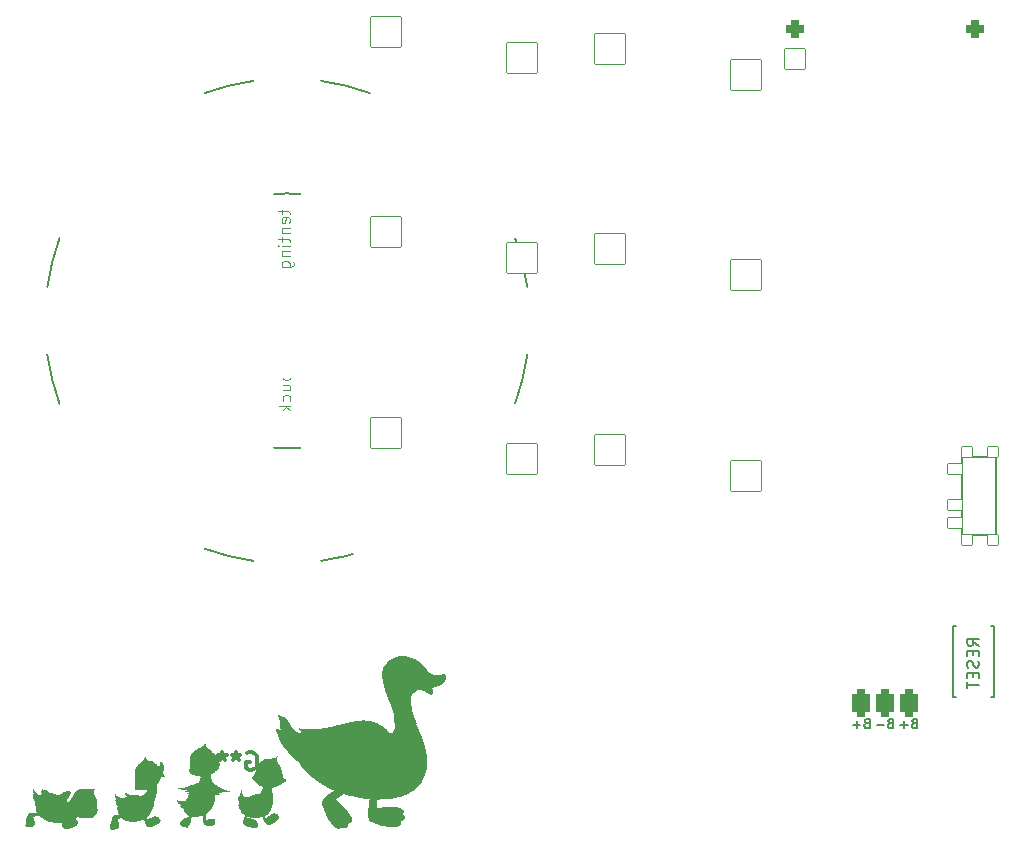
<source format=gbo>
%TF.GenerationSoftware,KiCad,Pcbnew,(6.0.4-0)*%
%TF.CreationDate,2022-04-27T10:40:14+02:00*%
%TF.ProjectId,ducks,6475636b-732e-46b6-9963-61645f706362,v1.0.0*%
%TF.SameCoordinates,Original*%
%TF.FileFunction,Legend,Bot*%
%TF.FilePolarity,Positive*%
%FSLAX46Y46*%
G04 Gerber Fmt 4.6, Leading zero omitted, Abs format (unit mm)*
G04 Created by KiCad (PCBNEW (6.0.4-0)) date 2022-04-27 10:40:14*
%MOMM*%
%LPD*%
G01*
G04 APERTURE LIST*
G04 Aperture macros list*
%AMRoundRect*
0 Rectangle with rounded corners*
0 $1 Rounding radius*
0 $2 $3 $4 $5 $6 $7 $8 $9 X,Y pos of 4 corners*
0 Add a 4 corners polygon primitive as box body*
4,1,4,$2,$3,$4,$5,$6,$7,$8,$9,$2,$3,0*
0 Add four circle primitives for the rounded corners*
1,1,$1+$1,$2,$3*
1,1,$1+$1,$4,$5*
1,1,$1+$1,$6,$7*
1,1,$1+$1,$8,$9*
0 Add four rect primitives between the rounded corners*
20,1,$1+$1,$2,$3,$4,$5,0*
20,1,$1+$1,$4,$5,$6,$7,0*
20,1,$1+$1,$6,$7,$8,$9,0*
20,1,$1+$1,$8,$9,$2,$3,0*%
G04 Aperture macros list end*
%ADD10C,0.150000*%
%ADD11C,0.100000*%
%ADD12C,0.300000*%
%ADD13C,0.200000*%
%ADD14RoundRect,0.375000X-0.375000X-0.750000X0.375000X-0.750000X0.375000X0.750000X-0.375000X0.750000X0*%
%ADD15R,1.752600X1.752600*%
%ADD16C,1.752600*%
%ADD17RoundRect,0.375000X-0.375000X-0.375000X0.375000X-0.375000X0.375000X0.375000X-0.375000X0.375000X0*%
%ADD18RoundRect,0.425000X-0.375000X-0.750000X0.375000X-0.750000X0.375000X0.750000X-0.375000X0.750000X0*%
%ADD19C,2.100000*%
%ADD20C,3.100000*%
%ADD21C,1.801800*%
%ADD22C,3.529000*%
%ADD23RoundRect,0.050000X-1.054507X-1.505993X1.505993X-1.054507X1.054507X1.505993X-1.505993X1.054507X0*%
%ADD24C,2.132000*%
%ADD25RoundRect,0.050000X-1.181751X-1.408356X1.408356X-1.181751X1.181751X1.408356X-1.408356X1.181751X0*%
%ADD26RoundRect,0.050000X-1.300000X-1.300000X1.300000X-1.300000X1.300000X1.300000X-1.300000X1.300000X0*%
%ADD27RoundRect,0.050000X-1.775833X-0.475833X0.475833X-1.775833X1.775833X0.475833X-0.475833X1.775833X0*%
%ADD28RoundRect,0.050000X-0.450000X0.450000X-0.450000X-0.450000X0.450000X-0.450000X0.450000X0.450000X0*%
%ADD29C,1.100000*%
%ADD30RoundRect,0.050000X-0.625000X0.450000X-0.625000X-0.450000X0.625000X-0.450000X0.625000X0.450000X0*%
%ADD31RoundRect,0.050000X-0.863113X-1.623279X1.623279X-0.863113X0.863113X1.623279X-1.623279X0.863113X0*%
%ADD32RoundRect,0.050000X-1.592168X-0.919239X0.919239X-1.592168X1.592168X0.919239X-0.919239X1.592168X0*%
%ADD33RoundRect,0.050000X-0.876300X0.876300X-0.876300X-0.876300X0.876300X-0.876300X0.876300X0.876300X0*%
%ADD34C,1.852600*%
%ADD35RoundRect,0.425000X-0.375000X-0.375000X0.375000X-0.375000X0.375000X0.375000X-0.375000X0.375000X0*%
%ADD36C,4.500000*%
G04 APERTURE END LIST*
D10*
%TO.C,PAD1*%
X156849182Y54073625D02*
X156734896Y54035530D01*
X156696801Y53997435D01*
X156658706Y53921244D01*
X156658706Y53806959D01*
X156696801Y53730768D01*
X156734896Y53692673D01*
X156811087Y53654578D01*
X157115848Y53654578D01*
X157115848Y54454578D01*
X156849182Y54454578D01*
X156772991Y54416483D01*
X156734896Y54378387D01*
X156696801Y54302197D01*
X156696801Y54226006D01*
X156734896Y54149816D01*
X156772991Y54111721D01*
X156849182Y54073625D01*
X157115848Y54073625D01*
X156315848Y53959340D02*
X155706325Y53959340D01*
X156011087Y53654578D02*
X156011087Y54264102D01*
X152849182Y54073625D02*
X152734896Y54035530D01*
X152696801Y53997435D01*
X152658706Y53921244D01*
X152658706Y53806959D01*
X152696801Y53730768D01*
X152734896Y53692673D01*
X152811087Y53654578D01*
X153115848Y53654578D01*
X153115848Y54454578D01*
X152849182Y54454578D01*
X152772991Y54416483D01*
X152734896Y54378387D01*
X152696801Y54302197D01*
X152696801Y54226006D01*
X152734896Y54149816D01*
X152772991Y54111721D01*
X152849182Y54073625D01*
X153115848Y54073625D01*
X152315848Y53959340D02*
X151706325Y53959340D01*
X152011087Y53654578D02*
X152011087Y54264102D01*
X154849182Y54073625D02*
X154734896Y54035530D01*
X154696801Y53997435D01*
X154658706Y53921244D01*
X154658706Y53806959D01*
X154696801Y53730768D01*
X154734896Y53692673D01*
X154811087Y53654578D01*
X155115848Y53654578D01*
X155115848Y54454578D01*
X154849182Y54454578D01*
X154772991Y54416483D01*
X154734896Y54378387D01*
X154696801Y54302197D01*
X154696801Y54226006D01*
X154734896Y54149816D01*
X154772991Y54111721D01*
X154849182Y54073625D01*
X155115848Y54073625D01*
X154315848Y53959340D02*
X153706325Y53959340D01*
%TO.C,B1*%
X162363467Y60641863D02*
X161887277Y60975197D01*
X162363467Y61213292D02*
X161363467Y61213292D01*
X161363467Y60832340D01*
X161411087Y60737102D01*
X161458706Y60689483D01*
X161553944Y60641863D01*
X161696801Y60641863D01*
X161792039Y60689483D01*
X161839658Y60737102D01*
X161887277Y60832340D01*
X161887277Y61213292D01*
X161839658Y60213292D02*
X161839658Y59879959D01*
X162363467Y59737102D02*
X162363467Y60213292D01*
X161363467Y60213292D01*
X161363467Y59737102D01*
X162315848Y59356149D02*
X162363467Y59213292D01*
X162363467Y58975197D01*
X162315848Y58879959D01*
X162268229Y58832340D01*
X162172991Y58784721D01*
X162077753Y58784721D01*
X161982515Y58832340D01*
X161934896Y58879959D01*
X161887277Y58975197D01*
X161839658Y59165673D01*
X161792039Y59260911D01*
X161744420Y59308530D01*
X161649182Y59356149D01*
X161553944Y59356149D01*
X161458706Y59308530D01*
X161411087Y59260911D01*
X161363467Y59165673D01*
X161363467Y58927578D01*
X161411087Y58784721D01*
X161839658Y58356149D02*
X161839658Y58022816D01*
X162363467Y57879959D02*
X162363467Y58356149D01*
X161363467Y58356149D01*
X161363467Y57879959D01*
X161363467Y57594244D02*
X161363467Y57022816D01*
X162363467Y57308530D02*
X161363467Y57308530D01*
D11*
%TO.C,REF\u002A\u002A*%
X103328934Y97562927D02*
X103328934Y97181974D01*
X102995600Y97420069D02*
X103852743Y97420069D01*
X103947981Y97372450D01*
X103995600Y97277212D01*
X103995600Y97181974D01*
X103947981Y96467688D02*
X103995600Y96562927D01*
X103995600Y96753403D01*
X103947981Y96848641D01*
X103852743Y96896260D01*
X103471791Y96896260D01*
X103376553Y96848641D01*
X103328934Y96753403D01*
X103328934Y96562927D01*
X103376553Y96467688D01*
X103471791Y96420069D01*
X103567029Y96420069D01*
X103662267Y96896260D01*
X103328934Y95991498D02*
X103995600Y95991498D01*
X103424172Y95991498D02*
X103376553Y95943879D01*
X103328934Y95848641D01*
X103328934Y95705784D01*
X103376553Y95610546D01*
X103471791Y95562927D01*
X103995600Y95562927D01*
X103328934Y95229593D02*
X103328934Y94848641D01*
X102995600Y95086736D02*
X103852743Y95086736D01*
X103947981Y95039117D01*
X103995600Y94943879D01*
X103995600Y94848641D01*
X103995600Y94515307D02*
X103328934Y94515307D01*
X102995600Y94515307D02*
X103043220Y94562927D01*
X103090839Y94515307D01*
X103043220Y94467688D01*
X102995600Y94515307D01*
X103090839Y94515307D01*
X103328934Y94039117D02*
X103995600Y94039117D01*
X103424172Y94039117D02*
X103376553Y93991498D01*
X103328934Y93896260D01*
X103328934Y93753403D01*
X103376553Y93658165D01*
X103471791Y93610546D01*
X103995600Y93610546D01*
X103328934Y92705784D02*
X104138458Y92705784D01*
X104233696Y92753403D01*
X104281315Y92801022D01*
X104328934Y92896260D01*
X104328934Y93039117D01*
X104281315Y93134355D01*
X103947981Y92705784D02*
X103995600Y92801022D01*
X103995600Y92991498D01*
X103947981Y93086736D01*
X103900362Y93134355D01*
X103805124Y93181974D01*
X103519410Y93181974D01*
X103424172Y93134355D01*
X103376553Y93086736D01*
X103328934Y92991498D01*
X103328934Y92801022D01*
X103376553Y92705784D01*
X103392434Y83608927D02*
X104392434Y83608927D01*
X103440053Y83608927D02*
X103392434Y83513688D01*
X103392434Y83323212D01*
X103440053Y83227974D01*
X103487672Y83180355D01*
X103582910Y83132736D01*
X103868624Y83132736D01*
X103963862Y83180355D01*
X104011481Y83227974D01*
X104059100Y83323212D01*
X104059100Y83513688D01*
X104011481Y83608927D01*
X103392434Y82275593D02*
X104059100Y82275593D01*
X103392434Y82704165D02*
X103916243Y82704165D01*
X104011481Y82656546D01*
X104059100Y82561307D01*
X104059100Y82418450D01*
X104011481Y82323212D01*
X103963862Y82275593D01*
X104011481Y81370831D02*
X104059100Y81466069D01*
X104059100Y81656546D01*
X104011481Y81751784D01*
X103963862Y81799403D01*
X103868624Y81847022D01*
X103582910Y81847022D01*
X103487672Y81799403D01*
X103440053Y81751784D01*
X103392434Y81656546D01*
X103392434Y81466069D01*
X103440053Y81370831D01*
X104059100Y80942260D02*
X103059100Y80942260D01*
X103678148Y80847022D02*
X104059100Y80561307D01*
X103392434Y80561307D02*
X103773386Y80942260D01*
D12*
%TO.C,G\u002A\u002A\u002A*%
X100402571Y51562000D02*
X100547714Y51634571D01*
X100765428Y51634571D01*
X100983142Y51562000D01*
X101128285Y51416857D01*
X101200857Y51271714D01*
X101273428Y50981428D01*
X101273428Y50763714D01*
X101200857Y50473428D01*
X101128285Y50328285D01*
X100983142Y50183142D01*
X100765428Y50110571D01*
X100620285Y50110571D01*
X100402571Y50183142D01*
X100330000Y50255714D01*
X100330000Y50763714D01*
X100620285Y50763714D01*
X99459142Y51634571D02*
X99459142Y51271714D01*
X99822000Y51416857D02*
X99459142Y51271714D01*
X99096285Y51416857D01*
X99676857Y50981428D02*
X99459142Y51271714D01*
X99241428Y50981428D01*
X98298000Y51634571D02*
X98298000Y51271714D01*
X98660857Y51416857D02*
X98298000Y51271714D01*
X97935142Y51416857D01*
X98515714Y50981428D02*
X98298000Y51271714D01*
X98080285Y50981428D01*
X97136857Y51634571D02*
X97136857Y51271714D01*
X97499714Y51416857D02*
X97136857Y51271714D01*
X96774000Y51416857D01*
X97354571Y50981428D02*
X97136857Y51271714D01*
X96919142Y50981428D01*
D10*
%TO.C,B1*%
X160161087Y62316483D02*
X160411087Y62316483D01*
X160161087Y56316483D02*
X160161087Y62316483D01*
X163661087Y56316483D02*
X163411087Y56316483D01*
X163411087Y62316483D02*
X163661087Y62316483D01*
X163661087Y62316483D02*
X163661087Y56316483D01*
X160411087Y56316483D02*
X160161087Y56316483D01*
%TO.C,T2*%
X163761087Y71366483D02*
X163761087Y75266483D01*
X160911087Y70016483D02*
X163761087Y70016483D01*
X163761087Y76616483D02*
X160911087Y76616483D01*
X160911087Y76616483D02*
X160911087Y70016483D01*
X163761087Y73316483D02*
X163761087Y76616483D01*
X163761087Y73316483D02*
X163761087Y70016483D01*
D13*
%TO.C,REF\u002A\u002A*%
X103797220Y77346426D02*
G75*
G03*
X104925605Y77405563I0J10794901D01*
G01*
X84511085Y95149471D02*
G75*
G03*
X83477220Y90998927I19286255J-7008074D01*
G01*
X104925605Y98877290D02*
G75*
G03*
X103797220Y98936427I-1128385J-10735763D01*
G01*
X102668835Y77405563D02*
G75*
G03*
X103797220Y77346427I1128379J10735785D01*
G01*
X110805269Y107427560D02*
G75*
G03*
X106654720Y108461427I-7008049J-19286133D01*
G01*
X123083354Y81133379D02*
G75*
G03*
X124117220Y85283927I-19286134J7008048D01*
G01*
X96789175Y68855292D02*
G75*
G03*
X100939720Y67821427I7008045J19286135D01*
G01*
X106654720Y67821427D02*
G75*
G03*
X110805265Y68855292I-2857506J20320019D01*
G01*
X83477219Y85283927D02*
G75*
G03*
X84511085Y81133381I20320001J2857500D01*
G01*
X100939720Y108461428D02*
G75*
G03*
X96789174Y107427562I2857500J-20320001D01*
G01*
X124117220Y90998927D02*
G75*
G03*
X123083354Y95149475I-20320000J-2857500D01*
G01*
X103797220Y98936427D02*
G75*
G03*
X102668835Y98877291I-6J-10794921D01*
G01*
%TO.C,G\u002A\u002A\u002A*%
G36*
X113536626Y59763307D02*
G01*
X113816827Y59743019D01*
X114091359Y59688376D01*
X114361764Y59598876D01*
X114629585Y59474019D01*
X114896364Y59313302D01*
X115022156Y59226010D01*
X115183112Y59101913D01*
X115316922Y58980435D01*
X115428166Y58856839D01*
X115521424Y58726390D01*
X115601274Y58584353D01*
X115669091Y58448662D01*
X115932728Y58321374D01*
X116042239Y58269346D01*
X116133737Y58228587D01*
X116209157Y58199270D01*
X116276724Y58178534D01*
X116344663Y58163516D01*
X116421198Y58151353D01*
X116435110Y58149892D01*
X116506069Y58149650D01*
X116599039Y58156698D01*
X116703564Y58169788D01*
X116809188Y58187673D01*
X116905455Y58209107D01*
X116942211Y58218508D01*
X117024606Y58237819D01*
X117082025Y58246742D01*
X117121722Y58245354D01*
X117150955Y58233730D01*
X117176980Y58211946D01*
X117191980Y58194854D01*
X117224992Y58128953D01*
X117239875Y58038754D01*
X117237472Y57920188D01*
X117218871Y57816643D01*
X117164519Y57682350D01*
X117078860Y57553482D01*
X116964767Y57433469D01*
X116825109Y57325740D01*
X116662759Y57233725D01*
X116557215Y57187503D01*
X116409280Y57136594D01*
X116268982Y57103691D01*
X116146364Y57091556D01*
X116117813Y57090508D01*
X116076314Y57084875D01*
X116060000Y57076142D01*
X116062250Y57066595D01*
X116076385Y57030433D01*
X116099206Y56980687D01*
X116122820Y56917453D01*
X116141724Y56827276D01*
X116149135Y56733917D01*
X116144217Y56649623D01*
X116126132Y56586642D01*
X116109744Y56561496D01*
X116052986Y56516714D01*
X115979487Y56497237D01*
X115898578Y56506357D01*
X115873564Y56516674D01*
X115817584Y56547334D01*
X115748776Y56590801D01*
X115676712Y56641255D01*
X115631618Y56673362D01*
X115556827Y56722282D01*
X115489564Y56761447D01*
X115440349Y56784483D01*
X115421158Y56791183D01*
X115331420Y56821646D01*
X115268079Y56841123D01*
X115224757Y56851432D01*
X115195073Y56854392D01*
X115162196Y56858336D01*
X115105567Y56869477D01*
X115038735Y56885315D01*
X115021957Y56889612D01*
X114975380Y56900439D01*
X114936597Y56904716D01*
X114899141Y56900367D01*
X114856546Y56885319D01*
X114802346Y56857497D01*
X114730072Y56814825D01*
X114633260Y56755230D01*
X114617155Y56745172D01*
X114491374Y56656391D01*
X114396682Y56566229D01*
X114328699Y56468555D01*
X114283046Y56357236D01*
X114255342Y56226142D01*
X114251078Y56188263D01*
X114246848Y56065143D01*
X114252534Y55917979D01*
X114267180Y55754467D01*
X114289831Y55582307D01*
X114319532Y55409195D01*
X114355326Y55242830D01*
X114396258Y55090909D01*
X114408471Y55049509D01*
X114425280Y54988390D01*
X114435599Y54945454D01*
X114443767Y54911329D01*
X114459062Y54863636D01*
X114466399Y54843410D01*
X114483816Y54791972D01*
X114506971Y54721456D01*
X114532866Y54640909D01*
X114553177Y54579070D01*
X114576024Y54514598D01*
X114593647Y54470669D01*
X114603356Y54454403D01*
X114617766Y54440555D01*
X114636748Y54405794D01*
X114653067Y54364651D01*
X114660001Y54331692D01*
X114662012Y54320594D01*
X114677236Y54280960D01*
X114702507Y54230771D01*
X114734891Y54163631D01*
X114757667Y54076586D01*
X114749885Y54006397D01*
X114744638Y53994753D01*
X114726030Y53975527D01*
X114690762Y53964870D01*
X114628986Y53958914D01*
X114523637Y53952330D01*
X114645291Y53948892D01*
X114707128Y53944776D01*
X114755535Y53936979D01*
X114778182Y53927272D01*
X114780822Y53919756D01*
X114767134Y53909090D01*
X114759006Y53908172D01*
X114755455Y53898484D01*
X114755981Y53897979D01*
X114778491Y53893939D01*
X114784579Y53891319D01*
X114800974Y53865122D01*
X114820741Y53820242D01*
X114839851Y53767278D01*
X114854275Y53716830D01*
X114859986Y53679498D01*
X114864607Y53654210D01*
X114887273Y53618181D01*
X114902098Y53603265D01*
X114914546Y53579393D01*
X114915985Y53571391D01*
X114927902Y53535669D01*
X114947942Y53486165D01*
X114957829Y53462640D01*
X114986305Y53389855D01*
X115012076Y53318181D01*
X115024663Y53286497D01*
X115055678Y53230651D01*
X115087770Y53193938D01*
X115119465Y53165036D01*
X115132728Y53142140D01*
X115139564Y53115118D01*
X115157663Y53067067D01*
X115182015Y53010705D01*
X115207599Y52958351D01*
X115215698Y52937315D01*
X115215492Y52910621D01*
X115215217Y52888890D01*
X115224495Y52843507D01*
X115240463Y52786875D01*
X115259773Y52730773D01*
X115279076Y52686978D01*
X115281305Y52682549D01*
X115297262Y52640513D01*
X115312595Y52586978D01*
X115321135Y52553785D01*
X115338946Y52488074D01*
X115361789Y52406054D01*
X115386777Y52318181D01*
X115424295Y52183793D01*
X115474715Y51985236D01*
X115517436Y51789562D01*
X115555228Y51583692D01*
X115590863Y51354545D01*
X115593990Y51330483D01*
X115602391Y51234678D01*
X115608581Y51114478D01*
X115612563Y50977468D01*
X115614341Y50831236D01*
X115613919Y50683367D01*
X115611300Y50541450D01*
X115606489Y50413071D01*
X115599488Y50305816D01*
X115590303Y50227272D01*
X115536546Y49963036D01*
X115445745Y49655909D01*
X115327823Y49372400D01*
X115182037Y49111515D01*
X115007643Y48872260D01*
X114803898Y48653638D01*
X114570058Y48454657D01*
X114305380Y48274320D01*
X114009121Y48111634D01*
X114000433Y48107354D01*
X113912718Y48065146D01*
X113831105Y48027513D01*
X113764370Y47998413D01*
X113721288Y47981806D01*
X113714389Y47979573D01*
X113651635Y47957334D01*
X113596364Y47935062D01*
X113568377Y47923750D01*
X113497622Y47899064D01*
X113407688Y47870605D01*
X113308851Y47841371D01*
X113211385Y47814363D01*
X113125568Y47792578D01*
X113061673Y47779016D01*
X113021995Y47771765D01*
X112974203Y47761461D01*
X112950133Y47754065D01*
X112929857Y47748068D01*
X112883026Y47738645D01*
X112821188Y47728396D01*
X112799808Y47725149D01*
X112718909Y47712747D01*
X112623980Y47698069D01*
X112531361Y47683640D01*
X112464762Y47674845D01*
X112364991Y47664431D01*
X112247071Y47654104D01*
X112120556Y47644693D01*
X111994997Y47637029D01*
X111920632Y47633052D01*
X111779569Y47625441D01*
X111669123Y47619275D01*
X111585364Y47614221D01*
X111524364Y47609947D01*
X111482191Y47606120D01*
X111454916Y47602409D01*
X111438610Y47598479D01*
X111429341Y47593998D01*
X111423181Y47588635D01*
X111418512Y47576251D01*
X111411040Y47532219D01*
X111403309Y47463961D01*
X111395776Y47378712D01*
X111388902Y47283706D01*
X111383146Y47186177D01*
X111378965Y47093361D01*
X111376820Y47012491D01*
X111377169Y46950803D01*
X111380472Y46915531D01*
X111385769Y46897874D01*
X111403325Y46878559D01*
X111439593Y46882979D01*
X111478561Y46892741D01*
X111540143Y46905879D01*
X111622344Y46921369D01*
X111730286Y46940167D01*
X111869091Y46963230D01*
X111913625Y46969827D01*
X112056869Y46984734D01*
X112222883Y46994841D01*
X112401921Y47000082D01*
X112584239Y47000394D01*
X112760093Y46995710D01*
X112919736Y46985967D01*
X113053426Y46971100D01*
X113241592Y46935855D01*
X113396857Y46890666D01*
X113517254Y46835845D01*
X113602710Y46771428D01*
X113653147Y46697450D01*
X113665938Y46657240D01*
X113667851Y46600505D01*
X113649630Y46534721D01*
X113609621Y46450511D01*
X113563869Y46364659D01*
X113657389Y46276857D01*
X113662374Y46272169D01*
X113710217Y46224665D01*
X113736872Y46188845D01*
X113748412Y46153780D01*
X113750910Y46108539D01*
X113749685Y46080062D01*
X113733724Y46014999D01*
X113694505Y45945830D01*
X113659108Y45903042D01*
X113606353Y45853119D01*
X113549034Y45808325D01*
X113496695Y45776038D01*
X113458877Y45763636D01*
X113448785Y45762591D01*
X113442340Y45754570D01*
X113438464Y45732232D01*
X113435894Y45688234D01*
X113433369Y45615235D01*
X113431623Y45580536D01*
X113420761Y45506316D01*
X113400885Y45465560D01*
X113382920Y45446096D01*
X113366169Y45423051D01*
X113356161Y45412750D01*
X113318437Y45389688D01*
X113262881Y45362411D01*
X113199703Y45335461D01*
X113139111Y45313382D01*
X113091313Y45300717D01*
X113077276Y45298033D01*
X113041118Y45287048D01*
X113030486Y45276354D01*
X113021107Y45270481D01*
X112981965Y45266427D01*
X112918787Y45264845D01*
X112838028Y45265532D01*
X112746141Y45268290D01*
X112649577Y45272917D01*
X112554792Y45279215D01*
X112468236Y45286982D01*
X112396364Y45296019D01*
X112354366Y45302356D01*
X112262921Y45315398D01*
X112179450Y45326400D01*
X112117915Y45333485D01*
X112080998Y45338124D01*
X112029167Y45348498D01*
X111999733Y45359678D01*
X111992867Y45363872D01*
X111952303Y45378356D01*
X111893861Y45392360D01*
X111830735Y45403446D01*
X111776116Y45409173D01*
X111743198Y45407104D01*
X111730224Y45406321D01*
X111689457Y45417421D01*
X111638660Y45441198D01*
X111561748Y45476276D01*
X111473156Y45504202D01*
X111394774Y45517569D01*
X111375422Y45525297D01*
X111343475Y45550291D01*
X111318260Y45569827D01*
X111285728Y45581818D01*
X111267924Y45584173D01*
X111227936Y45598574D01*
X111222881Y45601184D01*
X111185357Y45619542D01*
X111127644Y45646995D01*
X111060001Y45678652D01*
X111046099Y45685165D01*
X110918603Y45752500D01*
X110821019Y45821951D01*
X110747687Y45899372D01*
X110692948Y45990615D01*
X110651143Y46101535D01*
X110646796Y46118639D01*
X110636430Y46187895D01*
X110628990Y46280838D01*
X110624620Y46388183D01*
X110623464Y46500645D01*
X110625664Y46608940D01*
X110631366Y46703781D01*
X110640711Y46775885D01*
X110647782Y46815219D01*
X110659961Y46889502D01*
X110673822Y46979217D01*
X110687531Y47072727D01*
X110698093Y47145241D01*
X110711837Y47235252D01*
X110724205Y47311813D01*
X110733417Y47363636D01*
X110738469Y47392606D01*
X110748454Y47469525D01*
X110754779Y47545454D01*
X110760001Y47645454D01*
X110660000Y47657233D01*
X110572104Y47667623D01*
X110417170Y47686221D01*
X110289279Y47702104D01*
X110182326Y47716115D01*
X110090208Y47729098D01*
X110006820Y47741896D01*
X109926058Y47755354D01*
X109841819Y47770315D01*
X109702691Y47796519D01*
X109515246Y47834443D01*
X109329835Y47874683D01*
X109153235Y47915653D01*
X108992226Y47955767D01*
X108853586Y47993440D01*
X108744095Y48027086D01*
X108727101Y48032786D01*
X108659443Y48054376D01*
X108604204Y48067101D01*
X108555527Y48069020D01*
X108507550Y48058190D01*
X108454414Y48032669D01*
X108390259Y47990515D01*
X108309226Y47929784D01*
X108205455Y47848535D01*
X108192954Y47838675D01*
X108107629Y47770183D01*
X108033674Y47708798D01*
X107975450Y47658290D01*
X107937317Y47622426D01*
X107923637Y47604977D01*
X107924483Y47601774D01*
X107944579Y47577881D01*
X107985966Y47541905D01*
X108041367Y47500318D01*
X108049335Y47494662D01*
X108156521Y47411821D01*
X108279474Y47306291D01*
X108412249Y47183715D01*
X108548905Y47049739D01*
X108683498Y46910006D01*
X108810087Y46770162D01*
X108851392Y46721585D01*
X108952868Y46591369D01*
X109048398Y46454149D01*
X109134045Y46316487D01*
X109205873Y46184941D01*
X109259946Y46066073D01*
X109292328Y45966442D01*
X109298070Y45940376D01*
X109305498Y45886765D01*
X109300257Y45843727D01*
X109281218Y45793715D01*
X109271729Y45772911D01*
X109244429Y45724920D01*
X109211379Y45693481D01*
X109162530Y45671152D01*
X109087831Y45650487D01*
X108979298Y45623867D01*
X108972871Y45498297D01*
X108972784Y45496593D01*
X108967549Y45427756D01*
X108957486Y45382182D01*
X108937921Y45347027D01*
X108904185Y45309446D01*
X108893260Y45298486D01*
X108859911Y45269558D01*
X108825931Y45252912D01*
X108779409Y45244288D01*
X108708437Y45239425D01*
X108673165Y45237999D01*
X108602849Y45239462D01*
X108548203Y45249943D01*
X108494747Y45271625D01*
X108414546Y45310566D01*
X108347079Y45238572D01*
X108319880Y45211410D01*
X108277471Y45175674D01*
X108247079Y45158125D01*
X108223305Y45153070D01*
X108157675Y45146882D01*
X108091171Y45148798D01*
X108036053Y45158027D01*
X108004583Y45173777D01*
X108003243Y45175325D01*
X107968970Y45202048D01*
X107921396Y45227037D01*
X107885420Y45247844D01*
X107822906Y45298261D01*
X107748631Y45369565D01*
X107667499Y45456442D01*
X107584417Y45553575D01*
X107504288Y45655650D01*
X107432019Y45757350D01*
X107403708Y45799969D01*
X107281471Y45992465D01*
X107173310Y46179420D01*
X107071661Y46374456D01*
X106968959Y46591198D01*
X106884849Y46790222D01*
X106815214Y46994291D01*
X106773114Y47174957D01*
X106758561Y47332147D01*
X106771565Y47465787D01*
X106812140Y47575803D01*
X106846433Y47630048D01*
X106933419Y47735643D01*
X107050963Y47849956D01*
X107196642Y47970893D01*
X107368030Y48096358D01*
X107562704Y48224257D01*
X107616846Y48258596D01*
X107697648Y48313001D01*
X107746619Y48351453D01*
X107764152Y48374281D01*
X107750642Y48381818D01*
X107749037Y48382071D01*
X107722550Y48392408D01*
X107671093Y48415635D01*
X107600975Y48448663D01*
X107518509Y48488404D01*
X107430004Y48531771D01*
X107341771Y48575675D01*
X107260122Y48617028D01*
X107191368Y48652743D01*
X107141819Y48679730D01*
X107137817Y48682008D01*
X107100191Y48703256D01*
X107043432Y48735165D01*
X106978182Y48771751D01*
X106902384Y48815760D01*
X106815374Y48868928D01*
X106740869Y48916965D01*
X106738236Y48918734D01*
X106679699Y48957790D01*
X106630446Y48990195D01*
X106600897Y49009090D01*
X106485133Y49084161D01*
X106334522Y49192034D01*
X106170826Y49318158D01*
X105999789Y49457598D01*
X105827157Y49605420D01*
X105658675Y49756687D01*
X105500089Y49906466D01*
X105357145Y50049821D01*
X105235587Y50181818D01*
X105186768Y50237457D01*
X105140075Y50290278D01*
X105106994Y50327272D01*
X105084129Y50354156D01*
X105041529Y50407035D01*
X104988874Y50474084D01*
X104932551Y50547021D01*
X104878948Y50617562D01*
X104834454Y50677421D01*
X104805455Y50718316D01*
X104804507Y50719738D01*
X104774986Y50764954D01*
X104742444Y50815954D01*
X104737143Y50824040D01*
X104708453Y50858670D01*
X104686008Y50872727D01*
X104684849Y50872784D01*
X104656998Y50885471D01*
X104620263Y50913636D01*
X104614587Y50918748D01*
X104574570Y50953899D01*
X104519148Y51001737D01*
X104458517Y51053451D01*
X104368983Y51132996D01*
X104245525Y51251232D01*
X104113218Y51385573D01*
X103978927Y51528671D01*
X103849518Y51673180D01*
X103731855Y51811753D01*
X103632805Y51937044D01*
X103585244Y52001602D01*
X103523224Y52088652D01*
X103458835Y52181459D01*
X103396831Y52272992D01*
X103341966Y52356221D01*
X103298995Y52424113D01*
X103272672Y52469638D01*
X103271026Y52472836D01*
X103248706Y52515466D01*
X103216310Y52576599D01*
X103180252Y52644126D01*
X103180014Y52644572D01*
X103133217Y52737581D01*
X103081676Y52849388D01*
X103028885Y52971435D01*
X102978340Y53095168D01*
X102933538Y53212028D01*
X102897974Y53313461D01*
X102875145Y53390909D01*
X102872156Y53403228D01*
X102853244Y53489586D01*
X102845527Y53547762D01*
X102848664Y53583378D01*
X102862313Y53602059D01*
X102887824Y53611148D01*
X102950991Y53606696D01*
X103040097Y53577580D01*
X103155455Y53523717D01*
X103223637Y53488582D01*
X103223663Y53594291D01*
X103223500Y53614217D01*
X103220660Y53698726D01*
X103214858Y53802221D01*
X103206846Y53915484D01*
X103197374Y54029295D01*
X103187192Y54134434D01*
X103177051Y54221681D01*
X103167701Y54281818D01*
X103157876Y54328663D01*
X103123744Y54464643D01*
X103086051Y54580103D01*
X103047271Y54667135D01*
X103019311Y54721888D01*
X103007972Y54759007D01*
X103017179Y54777071D01*
X103046916Y54781818D01*
X103050188Y54781673D01*
X103091044Y54772240D01*
X103155389Y54750387D01*
X103235192Y54719365D01*
X103322421Y54682421D01*
X103409046Y54642805D01*
X103487034Y54603765D01*
X103538221Y54574386D01*
X103650846Y54495870D01*
X103760171Y54402764D01*
X103858704Y54302387D01*
X103938953Y54202056D01*
X103993427Y54109090D01*
X103998633Y54098639D01*
X104021133Y54058680D01*
X104051135Y54009090D01*
X104059540Y53995471D01*
X104099398Y53927927D01*
X104135112Y53863636D01*
X104202284Y53753235D01*
X104292823Y53630731D01*
X104395436Y53512484D01*
X104425352Y53483661D01*
X104495670Y53428414D01*
X104576485Y53376212D01*
X104658401Y53332357D01*
X104732022Y53302155D01*
X104787951Y53290909D01*
X104814517Y53287795D01*
X104861815Y53271756D01*
X104872650Y53267367D01*
X104920745Y53258862D01*
X104979226Y53258119D01*
X105060851Y53263636D01*
X104986819Y53354545D01*
X104952265Y53396842D01*
X104901246Y53458926D01*
X104859695Y53509090D01*
X104845805Y53526905D01*
X104817541Y53572618D01*
X104806029Y53606893D01*
X104806025Y53607123D01*
X104808780Y53625202D01*
X104823157Y53633354D01*
X104857234Y53632878D01*
X104919091Y53625075D01*
X104928264Y53623937D01*
X104989697Y53619439D01*
X105081295Y53615819D01*
X105198013Y53613055D01*
X105334804Y53611124D01*
X105486620Y53610005D01*
X105648415Y53609675D01*
X105815142Y53610113D01*
X105981753Y53611297D01*
X106143201Y53613204D01*
X106294441Y53615813D01*
X106430424Y53619101D01*
X106546103Y53623047D01*
X106636432Y53627629D01*
X106696364Y53632824D01*
X106723256Y53636324D01*
X106839256Y53652773D01*
X106957042Y53671368D01*
X107070311Y53690931D01*
X107172762Y53710286D01*
X107258091Y53728255D01*
X107319996Y53743661D01*
X107352174Y53755326D01*
X107365382Y53760526D01*
X107407657Y53771755D01*
X107464595Y53783712D01*
X107547466Y53799599D01*
X107646259Y53820210D01*
X107740699Y53842517D01*
X107849273Y53870699D01*
X107865784Y53875036D01*
X107937657Y53892351D01*
X107997787Y53904505D01*
X108034563Y53909090D01*
X108062036Y53912841D01*
X108087273Y53927272D01*
X108102645Y53938300D01*
X108139983Y53945454D01*
X108145591Y53945700D01*
X108188603Y53952197D01*
X108252368Y53965731D01*
X108325274Y53983894D01*
X108332175Y53985728D01*
X108415222Y54006502D01*
X108496739Y54024935D01*
X108560001Y54037228D01*
X108601758Y54045004D01*
X108682341Y54062884D01*
X108760001Y54082898D01*
X108808978Y54096255D01*
X108882943Y54115080D01*
X108941819Y54128569D01*
X108955603Y54131429D01*
X109026219Y54146720D01*
X109096364Y54162663D01*
X109116034Y54167254D01*
X109241667Y54195188D01*
X109364614Y54219690D01*
X109494595Y54242482D01*
X109641331Y54265285D01*
X109814546Y54289820D01*
X109838051Y54292765D01*
X109938676Y54301462D01*
X110058592Y54307320D01*
X110188546Y54310307D01*
X110319282Y54310387D01*
X110441545Y54307525D01*
X110546082Y54301688D01*
X110623637Y54292841D01*
X110688481Y54281818D01*
X110776130Y54266611D01*
X110845290Y54253554D01*
X110904816Y54240441D01*
X110963561Y54225065D01*
X111030377Y54205219D01*
X111114118Y54178696D01*
X111223637Y54143290D01*
X111261864Y54129180D01*
X111336886Y54097201D01*
X111427842Y54055303D01*
X111525428Y54008026D01*
X111620336Y53959908D01*
X111703262Y53915488D01*
X111764899Y53879304D01*
X111810782Y53850833D01*
X111851688Y53827241D01*
X111871554Y53818181D01*
X111883916Y53812997D01*
X111921315Y53789224D01*
X111975924Y53750492D01*
X112041260Y53701576D01*
X112110840Y53647252D01*
X112178182Y53592296D01*
X112208061Y53566696D01*
X112279522Y53502176D01*
X112355739Y53429841D01*
X112430321Y53356081D01*
X112496876Y53287287D01*
X112549015Y53229849D01*
X112580347Y53190157D01*
X112606970Y53159314D01*
X112632728Y53145454D01*
X112649951Y53152857D01*
X112679015Y53182689D01*
X112703958Y53222490D01*
X112714546Y53258163D01*
X112718215Y53274754D01*
X112734483Y53317919D01*
X112759347Y53372439D01*
X112776074Y53408454D01*
X112800390Y53468616D01*
X112814239Y53513636D01*
X112827915Y53547962D01*
X112848908Y53563636D01*
X112853856Y53565712D01*
X112867300Y53593038D01*
X112878610Y53645552D01*
X112886967Y53714939D01*
X112891550Y53792886D01*
X112891541Y53871079D01*
X112886121Y53941204D01*
X112880303Y53990214D01*
X112881743Y54021279D01*
X112895660Y54034989D01*
X112926028Y54041314D01*
X112978182Y54049097D01*
X112921037Y54051821D01*
X112878026Y54061362D01*
X112853166Y54082495D01*
X112849292Y54108170D01*
X112846076Y54163082D01*
X112844137Y54238170D01*
X112843799Y54325069D01*
X112843137Y54405892D01*
X112828248Y54629663D01*
X112792955Y54855402D01*
X112735750Y55091277D01*
X112655121Y55345454D01*
X112645293Y55373919D01*
X112620937Y55447125D01*
X112601951Y55507943D01*
X112591792Y55545454D01*
X112583032Y55578187D01*
X112569782Y55609090D01*
X112563003Y55621968D01*
X112545710Y55663214D01*
X112525356Y55718181D01*
X112513686Y55751099D01*
X112493066Y55807413D01*
X112478289Y55845454D01*
X112467146Y55872513D01*
X112436314Y55949903D01*
X112397285Y56050131D01*
X112352971Y56165590D01*
X112306283Y56288672D01*
X112260132Y56411769D01*
X112217428Y56527272D01*
X112205222Y56560566D01*
X112170019Y56656481D01*
X112135296Y56750964D01*
X112107063Y56827658D01*
X112104366Y56835019D01*
X112081912Y56900307D01*
X112066027Y56953510D01*
X112060001Y56983719D01*
X112058761Y56997024D01*
X112046998Y57025123D01*
X112038545Y57039898D01*
X112020504Y57089604D01*
X111996750Y57169758D01*
X111968247Y57277272D01*
X111956707Y57322995D01*
X111916499Y57490481D01*
X111886348Y57633793D01*
X111865029Y57761199D01*
X111851318Y57880966D01*
X111843989Y58001361D01*
X111841819Y58130653D01*
X111842219Y58183178D01*
X111853257Y58386630D01*
X111880938Y58566027D01*
X111927312Y58729016D01*
X111994425Y58883246D01*
X112084325Y59036363D01*
X112092821Y59048644D01*
X112139243Y59106284D01*
X112203163Y59176686D01*
X112277699Y59253140D01*
X112355972Y59328932D01*
X112431103Y59397351D01*
X112496211Y59451686D01*
X112544417Y59485224D01*
X112639160Y59536937D01*
X112796879Y59615894D01*
X112938916Y59675287D01*
X113073305Y59717428D01*
X113208076Y59744630D01*
X113351262Y59759205D01*
X113510895Y59763465D01*
X113536626Y59763307D01*
G37*
G36*
X96961066Y52048899D02*
G01*
X96963493Y52011214D01*
X96986856Y51977951D01*
X97023204Y51963636D01*
X97043402Y51960822D01*
X97069091Y51945454D01*
X97076268Y51937889D01*
X97107741Y51927272D01*
X97109541Y51927219D01*
X97150540Y51911685D01*
X97212701Y51869455D01*
X97294247Y51801879D01*
X97393403Y51710305D01*
X97452309Y51650799D01*
X97574908Y51499868D01*
X97666225Y51340909D01*
X97683867Y51307637D01*
X97708634Y51277806D01*
X97726110Y51278039D01*
X97732728Y51309993D01*
X97740777Y51351745D01*
X97760467Y51400902D01*
X97794512Y51442808D01*
X97837307Y51452440D01*
X97886237Y51428320D01*
X97939819Y51371197D01*
X97996569Y51281818D01*
X98025938Y51219588D01*
X98042897Y51152916D01*
X98048717Y51069111D01*
X98048256Y51020550D01*
X98041544Y50957837D01*
X98028182Y50924565D01*
X98012076Y50897439D01*
X98005114Y50846009D01*
X98015489Y50794423D01*
X98041819Y50759416D01*
X98049944Y50753726D01*
X98067465Y50730772D01*
X98075961Y50691725D01*
X98078182Y50626535D01*
X98076397Y50575980D01*
X98070163Y50525391D01*
X98060999Y50499090D01*
X98052924Y50480488D01*
X98043935Y50433883D01*
X98038272Y50372727D01*
X98034669Y50319258D01*
X98027498Y50281862D01*
X98013541Y50264258D01*
X97988948Y50257450D01*
X97987175Y50257110D01*
X97954401Y50239290D01*
X97901655Y50198228D01*
X97833021Y50137334D01*
X97752584Y50060023D01*
X97711838Y50019578D01*
X97635491Y49944152D01*
X97578098Y49888548D01*
X97534933Y49848706D01*
X97501268Y49820565D01*
X97472376Y49800064D01*
X97443529Y49783142D01*
X97410001Y49765738D01*
X97379389Y49749620D01*
X97347595Y49725764D01*
X97334977Y49694986D01*
X97332728Y49643337D01*
X97335003Y49598020D01*
X97344968Y49532602D01*
X97364209Y49451491D01*
X97394191Y49348685D01*
X97436376Y49218181D01*
X97463496Y49138761D01*
X97489231Y49070483D01*
X97509540Y49027961D01*
X97526907Y49006149D01*
X97543818Y49000000D01*
X97558168Y48994302D01*
X97599402Y48971178D01*
X97661024Y48933389D01*
X97737585Y48884299D01*
X97823637Y48827272D01*
X97890578Y48782453D01*
X97967646Y48731478D01*
X98030004Y48690953D01*
X98072526Y48664201D01*
X98090085Y48654545D01*
X98090586Y48654509D01*
X98112045Y48644159D01*
X98148103Y48620956D01*
X98182669Y48598232D01*
X98254463Y48556089D01*
X98330886Y48515893D01*
X98400261Y48483645D01*
X98450910Y48465344D01*
X98501768Y48449706D01*
X98560001Y48426805D01*
X98602798Y48410048D01*
X98677397Y48386957D01*
X98759326Y48366169D01*
X98834766Y48351102D01*
X98889898Y48345176D01*
X98936119Y48341655D01*
X98967058Y48329409D01*
X98965458Y48310981D01*
X98929409Y48289077D01*
X98892945Y48280363D01*
X98824477Y48272739D01*
X98733759Y48267395D01*
X98628194Y48264438D01*
X98515180Y48263974D01*
X98402118Y48266111D01*
X98296410Y48270956D01*
X98205455Y48278615D01*
X98087273Y48291876D01*
X98160001Y48256315D01*
X98170728Y48251285D01*
X98240844Y48224522D01*
X98309606Y48205831D01*
X98346959Y48197079D01*
X98372381Y48183704D01*
X98370774Y48165924D01*
X98366043Y48161113D01*
X98330100Y48148185D01*
X98270439Y48140400D01*
X98196564Y48138164D01*
X98117981Y48141883D01*
X98044194Y48151964D01*
X97999059Y48157788D01*
X97972440Y48152136D01*
X97976770Y48134548D01*
X98011150Y48107352D01*
X98074683Y48072877D01*
X98115216Y48052289D01*
X98154074Y48029407D01*
X98169091Y48015907D01*
X98166043Y48008156D01*
X98139878Y47996424D01*
X98085365Y47990337D01*
X98000602Y47989851D01*
X97883690Y47994921D01*
X97732728Y48005500D01*
X97687273Y48009090D01*
X97675686Y47781818D01*
X97675515Y47778470D01*
X97670223Y47688375D01*
X97664379Y47609347D01*
X97658681Y47549809D01*
X97653826Y47518181D01*
X97644662Y47482975D01*
X97630288Y47424758D01*
X97613892Y47356407D01*
X97613758Y47355840D01*
X97596986Y47288898D01*
X97581471Y47233598D01*
X97570556Y47201862D01*
X97528269Y47113343D01*
X97483820Y47024754D01*
X97449849Y46962703D01*
X97428182Y46930674D01*
X97416696Y46915991D01*
X97405455Y46888651D01*
X97405190Y46887263D01*
X97389500Y46864684D01*
X97353565Y46823682D01*
X97302938Y46769849D01*
X97243169Y46708779D01*
X97179810Y46646067D01*
X97118412Y46587305D01*
X97064527Y46538087D01*
X97023707Y46504007D01*
X96960141Y46455708D01*
X96953671Y46180421D01*
X96947200Y45905134D01*
X97035419Y45916665D01*
X97036707Y45916833D01*
X97131476Y45926869D01*
X97236384Y45934257D01*
X97343707Y45938866D01*
X97445721Y45940567D01*
X97534704Y45939229D01*
X97602932Y45934722D01*
X97642682Y45926915D01*
X97654828Y45921734D01*
X97678258Y45907591D01*
X97690654Y45885734D01*
X97695521Y45846615D01*
X97696364Y45780685D01*
X97696364Y45780505D01*
X97693718Y45716496D01*
X97686805Y45667746D01*
X97677118Y45644796D01*
X97666940Y45623644D01*
X97668647Y45583839D01*
X97670594Y45569926D01*
X97658055Y45521818D01*
X97613358Y45475126D01*
X97534476Y45427486D01*
X97523467Y45422258D01*
X97491737Y45411393D01*
X97451094Y45404582D01*
X97394690Y45401323D01*
X97315675Y45401112D01*
X97207203Y45403446D01*
X97145007Y45405195D01*
X97058616Y45408347D01*
X96996848Y45412749D01*
X96952196Y45419800D01*
X96917154Y45430902D01*
X96884213Y45447456D01*
X96845866Y45470861D01*
X96830470Y45480626D01*
X96781438Y45515083D01*
X96745105Y45550299D01*
X96719425Y45592209D01*
X96702355Y45646746D01*
X96691851Y45719844D01*
X96685869Y45817435D01*
X96682363Y45945454D01*
X96680742Y46015793D01*
X96677903Y46110271D01*
X96674772Y46188216D01*
X96671628Y46243019D01*
X96668750Y46268071D01*
X96666681Y46272943D01*
X96649185Y46281574D01*
X96610614Y46270352D01*
X96551943Y46246883D01*
X96504125Y46228226D01*
X96465705Y46214101D01*
X96423637Y46199568D01*
X96367603Y46184785D01*
X96274502Y46167529D01*
X96153951Y46150285D01*
X96010647Y46133800D01*
X95981839Y46131924D01*
X95898273Y46134033D01*
X95820313Y46144468D01*
X95775063Y46153513D01*
X95737433Y46156344D01*
X95714014Y46146963D01*
X95692799Y46123386D01*
X95675022Y46089649D01*
X95663937Y46034423D01*
X95660405Y45952087D01*
X95657094Y45883045D01*
X95646444Y45796253D01*
X95631064Y45724815D01*
X95624856Y45703925D01*
X95611406Y45660986D01*
X95598018Y45626448D01*
X95579951Y45590445D01*
X95552465Y45543109D01*
X95510818Y45474575D01*
X95482268Y45427684D01*
X95450972Y45376008D01*
X95431114Y45342882D01*
X95411657Y45314143D01*
X95378296Y45272852D01*
X95357309Y45256295D01*
X95305557Y45238776D01*
X95250591Y45238952D01*
X95209017Y45258256D01*
X95206979Y45260059D01*
X95172375Y45272925D01*
X95123172Y45275842D01*
X95084965Y45275032D01*
X94998701Y45287382D01*
X94930171Y45317660D01*
X94887711Y45362790D01*
X94861607Y45397488D01*
X94807027Y45426927D01*
X94755483Y45446164D01*
X94721275Y45484625D01*
X94702702Y45549808D01*
X94703676Y45608207D01*
X94729647Y45691838D01*
X94779444Y45779509D01*
X94849137Y45862820D01*
X94855337Y45868810D01*
X94915470Y45916344D01*
X94996604Y45968736D01*
X95088726Y46020642D01*
X95181826Y46066717D01*
X95265891Y46101618D01*
X95330911Y46120000D01*
X95385160Y46137711D01*
X95425640Y46179439D01*
X95438938Y46205692D01*
X95444982Y46244534D01*
X95423020Y46276187D01*
X95369477Y46308894D01*
X95348286Y46320816D01*
X95266387Y46384900D01*
X95185450Y46472754D01*
X95112329Y46575099D01*
X95053880Y46682655D01*
X95016956Y46786142D01*
X94994876Y46827583D01*
X94936982Y46870969D01*
X94909382Y46887597D01*
X94851607Y46931539D01*
X94797867Y46981874D01*
X94786168Y46994482D01*
X94752592Y47034924D01*
X94742397Y47059300D01*
X94752413Y47074041D01*
X94766036Y47081617D01*
X94793113Y47090630D01*
X94793525Y47096533D01*
X94775804Y47118822D01*
X94744854Y47150195D01*
X94709214Y47182589D01*
X94677427Y47207939D01*
X94658031Y47218181D01*
X94639513Y47229876D01*
X94607064Y47265005D01*
X94566836Y47316266D01*
X94523917Y47376242D01*
X94483393Y47437515D01*
X94450351Y47492668D01*
X94429879Y47534283D01*
X94427065Y47554943D01*
X94427281Y47555143D01*
X94449786Y47555663D01*
X94489297Y47544021D01*
X94510090Y47536342D01*
X94633857Y47504783D01*
X94780858Y47486702D01*
X94941819Y47483342D01*
X94993620Y47484772D01*
X95063067Y47486846D01*
X95112798Y47488532D01*
X95134496Y47489560D01*
X95136885Y47491230D01*
X95153831Y47515169D01*
X95181158Y47561463D01*
X95214226Y47622379D01*
X95215922Y47625602D01*
X95259996Y47702392D01*
X95309261Y47778246D01*
X95353367Y47837186D01*
X95383681Y47876064D01*
X95412502Y47921043D01*
X95423637Y47950266D01*
X95427265Y47966893D01*
X95451647Y47995686D01*
X95468773Y48011367D01*
X95468207Y48038527D01*
X95440547Y48064192D01*
X95390559Y48081658D01*
X95341542Y48094397D01*
X95295193Y48117949D01*
X95278182Y48145148D01*
X95285306Y48151101D01*
X95319441Y48161126D01*
X95372267Y48169714D01*
X95411589Y48176369D01*
X95461887Y48192976D01*
X95489001Y48213473D01*
X95486422Y48234184D01*
X95470641Y48238627D01*
X95427413Y48244480D01*
X95367825Y48249642D01*
X95338439Y48252390D01*
X95273181Y48262444D01*
X95206843Y48276706D01*
X95146801Y48293047D01*
X95100428Y48309338D01*
X95075097Y48323450D01*
X95078182Y48333256D01*
X95098961Y48337883D01*
X95149086Y48344660D01*
X95211674Y48350328D01*
X95258439Y48355392D01*
X95306505Y48365368D01*
X95329856Y48376804D01*
X95342531Y48388640D01*
X95378182Y48403934D01*
X95380883Y48404649D01*
X95377032Y48408452D01*
X95343832Y48411180D01*
X95287273Y48412284D01*
X95196176Y48415711D01*
X95088026Y48426009D01*
X94975487Y48441889D01*
X94864355Y48462050D01*
X94760429Y48485193D01*
X94669506Y48510015D01*
X94597383Y48535218D01*
X94549858Y48559499D01*
X94532728Y48581559D01*
X94534433Y48583234D01*
X94561427Y48589082D01*
X94616181Y48595106D01*
X94692135Y48600687D01*
X94782728Y48605203D01*
X94898696Y48611882D01*
X95038001Y48627412D01*
X95171980Y48652670D01*
X95309792Y48689848D01*
X95460595Y48741137D01*
X95633550Y48808727D01*
X95645555Y48813634D01*
X95774641Y48866260D01*
X95875534Y48906943D01*
X95953239Y48937476D01*
X96012759Y48959654D01*
X96059100Y48975271D01*
X96097266Y48986119D01*
X96132261Y48993993D01*
X96169091Y49000687D01*
X96212081Y49009171D01*
X96259319Y49026267D01*
X96293121Y49055464D01*
X96321224Y49104405D01*
X96351363Y49180730D01*
X96367602Y49224806D01*
X96388946Y49281344D01*
X96403491Y49318181D01*
X96416453Y49353430D01*
X96433484Y49414697D01*
X96445427Y49475182D01*
X96450217Y49523623D01*
X96445787Y49548758D01*
X96445621Y49548918D01*
X96420150Y49558239D01*
X96369395Y49567680D01*
X96304166Y49575220D01*
X96293246Y49576238D01*
X96172466Y49596465D01*
X96029284Y49635543D01*
X95860001Y49694465D01*
X95848352Y49698986D01*
X95757786Y49741561D01*
X95667439Y49795038D01*
X95588763Y49852033D01*
X95533212Y49905161D01*
X95502083Y49947408D01*
X95468688Y50024053D01*
X95468656Y50102260D01*
X95501077Y50190089D01*
X95530590Y50253039D01*
X95553921Y50317345D01*
X95570175Y50386070D01*
X95580135Y50465575D01*
X95584582Y50562222D01*
X95584298Y50682371D01*
X95580067Y50832385D01*
X95579699Y50842751D01*
X95575699Y50963908D01*
X95573722Y51055964D01*
X95574149Y51125647D01*
X95577366Y51179684D01*
X95583754Y51224801D01*
X95593698Y51267726D01*
X95607581Y51315184D01*
X95609026Y51319845D01*
X95633056Y51388694D01*
X95657811Y51446731D01*
X95678151Y51481818D01*
X95684248Y51489395D01*
X95715823Y51533616D01*
X95748962Y51585572D01*
X95775110Y51622503D01*
X95824177Y51679412D01*
X95878834Y51733496D01*
X95902155Y51752911D01*
X95966579Y51798358D01*
X96044119Y51845736D01*
X96126189Y51890498D01*
X96204197Y51928100D01*
X96269554Y51953994D01*
X96313673Y51963636D01*
X96347533Y51969914D01*
X96398925Y51988456D01*
X96447961Y52012333D01*
X96478182Y52034458D01*
X96485519Y52041393D01*
X96516087Y52066132D01*
X96536765Y52081818D01*
X96878182Y52081818D01*
X96887273Y52072727D01*
X96896364Y52081818D01*
X96887273Y52090909D01*
X96878182Y52081818D01*
X96536765Y52081818D01*
X96560001Y52099444D01*
X96584033Y52117396D01*
X96627185Y52150561D01*
X96653485Y52172068D01*
X96666705Y52183674D01*
X96703666Y52215254D01*
X96750337Y52254545D01*
X96777212Y52277206D01*
X96831506Y52323881D01*
X96874183Y52361646D01*
X96876573Y52363801D01*
X96911311Y52387944D01*
X96926810Y52382877D01*
X96922404Y52350570D01*
X96897427Y52292991D01*
X96871881Y52240589D01*
X96862486Y52210942D01*
X96870836Y52201223D01*
X96896895Y52205406D01*
X96897500Y52205564D01*
X96920812Y52208006D01*
X96927563Y52192491D01*
X96921651Y52150353D01*
X96918558Y52132024D01*
X96917931Y52100416D01*
X96930211Y52098444D01*
X96959594Y52104911D01*
X96976619Y52089918D01*
X96974224Y52081818D01*
X96968713Y52063179D01*
X96961066Y52048899D01*
G37*
G36*
X91819904Y51208506D02*
G01*
X91826013Y51152531D01*
X91839618Y51118146D01*
X91864826Y51099416D01*
X91894224Y51074157D01*
X91916607Y51021042D01*
X91917398Y51017229D01*
X91930390Y50972317D01*
X91944412Y50945763D01*
X91947492Y50943866D01*
X91979441Y50935478D01*
X92035381Y50927012D01*
X92105455Y50920044D01*
X92135870Y50917277D01*
X92316726Y50881421D01*
X92480122Y50813729D01*
X92625869Y50714275D01*
X92632054Y50708983D01*
X92681874Y50662093D01*
X92736298Y50605128D01*
X92789233Y50545215D01*
X92834588Y50489484D01*
X92866268Y50445062D01*
X92878182Y50419078D01*
X92885477Y50404433D01*
X92913946Y50382139D01*
X92929240Y50375444D01*
X92945750Y50378865D01*
X92959298Y50404407D01*
X92975245Y50458772D01*
X92994346Y50533859D01*
X93026231Y50675305D01*
X93050708Y50805501D01*
X93052511Y50815055D01*
X93069079Y50861424D01*
X93091430Y50885929D01*
X93104915Y50887142D01*
X93141993Y50867011D01*
X93186399Y50819159D01*
X93234469Y50747958D01*
X93282542Y50657782D01*
X93306657Y50604328D01*
X93323187Y50556022D01*
X93332737Y50504729D01*
X93337339Y50439326D01*
X93339027Y50348691D01*
X93334236Y50215188D01*
X93317786Y50095362D01*
X93290898Y49998619D01*
X93254823Y49931160D01*
X93251283Y49925679D01*
X93252752Y49898089D01*
X93282783Y49858433D01*
X93339366Y49787155D01*
X93388356Y49688284D01*
X93405455Y49590356D01*
X93405242Y49576183D01*
X93397809Y49529933D01*
X93375776Y49509278D01*
X93333737Y49512120D01*
X93266287Y49536363D01*
X93237876Y49547052D01*
X93175689Y49561464D01*
X93129342Y49559494D01*
X93107028Y49540909D01*
X93083288Y49459845D01*
X93054917Y49376723D01*
X93022905Y49301368D01*
X92981169Y49218181D01*
X92973821Y49204379D01*
X92933108Y49132005D01*
X92893253Y49066826D01*
X92861938Y49021515D01*
X92850429Y49006780D01*
X92810817Y48952594D01*
X92783352Y48904202D01*
X92765804Y48853176D01*
X92755940Y48791086D01*
X92751531Y48709503D01*
X92750343Y48600000D01*
X92749631Y48515907D01*
X92747401Y48436978D01*
X92742953Y48361038D01*
X92735579Y48281626D01*
X92724572Y48192277D01*
X92709222Y48086532D01*
X92688822Y47957927D01*
X92662664Y47800000D01*
X92662056Y47796378D01*
X92609262Y47535180D01*
X92543663Y47300220D01*
X92536463Y47277833D01*
X92516010Y47210750D01*
X92501731Y47158540D01*
X92496364Y47130992D01*
X92493555Y47117675D01*
X92477132Y47076973D01*
X92450910Y47025581D01*
X92435421Y46996175D01*
X92413900Y46947642D01*
X92405455Y46916506D01*
X92402012Y46901818D01*
X92384655Y46857068D01*
X92355531Y46791616D01*
X92317868Y46712379D01*
X92274893Y46626272D01*
X92229834Y46540209D01*
X92206094Y46495751D01*
X92181287Y46448736D01*
X92181162Y46448499D01*
X92163569Y46417834D01*
X92141096Y46386415D01*
X92108486Y46348053D01*
X92060480Y46296560D01*
X91991819Y46225744D01*
X91990446Y46224340D01*
X91929454Y46158269D01*
X91893662Y46106486D01*
X91880492Y46060031D01*
X91887367Y46009945D01*
X91911708Y45947269D01*
X91945235Y45872386D01*
X92030669Y45937620D01*
X92136269Y46012278D01*
X92270050Y46090485D01*
X92398944Y46148462D01*
X92518866Y46185032D01*
X92625731Y46199020D01*
X92715457Y46189250D01*
X92783957Y46154545D01*
X92792023Y46148063D01*
X92836776Y46120342D01*
X92873444Y46109090D01*
X92906627Y46099864D01*
X92948078Y46062632D01*
X92976962Y46005475D01*
X92991294Y45979557D01*
X93025675Y45953898D01*
X93054241Y45940474D01*
X93083036Y45900912D01*
X93082085Y45841314D01*
X93051459Y45761138D01*
X93016987Y45696474D01*
X92977519Y45638444D01*
X92934153Y45596800D01*
X92878182Y45561511D01*
X92868352Y45556148D01*
X92820726Y45529792D01*
X92787273Y45510718D01*
X92775024Y45504006D01*
X92732122Y45482692D01*
X92678182Y45457544D01*
X92634729Y45437809D01*
X92560433Y45403867D01*
X92487273Y45370265D01*
X92466465Y45360988D01*
X92394557Y45335363D01*
X92317563Y45320274D01*
X92219943Y45312355D01*
X92197644Y45311420D01*
X92117099Y45310127D01*
X92046445Y45311906D01*
X91998871Y45316511D01*
X91994099Y45317490D01*
X91924357Y45349840D01*
X91858238Y45411158D01*
X91800573Y45494552D01*
X91756198Y45593130D01*
X91729944Y45700000D01*
X91726759Y45722176D01*
X91715112Y45802803D01*
X91704275Y45877272D01*
X91699320Y45906123D01*
X91688704Y45947414D01*
X91678953Y45963636D01*
X91668360Y45960609D01*
X91629630Y45945838D01*
X91570460Y45921565D01*
X91498590Y45890909D01*
X91453883Y45872281D01*
X91379285Y45844454D01*
X91317398Y45825307D01*
X91278346Y45818181D01*
X91239561Y45814001D01*
X91216445Y45803072D01*
X91215956Y45802433D01*
X91192316Y45791503D01*
X91143449Y45777694D01*
X91079249Y45763837D01*
X91062701Y45761074D01*
X90982283Y45753177D01*
X90879373Y45749012D01*
X90762371Y45748328D01*
X90639679Y45750873D01*
X90519695Y45756396D01*
X90410821Y45764647D01*
X90321456Y45775374D01*
X90260001Y45788326D01*
X90245448Y45792862D01*
X90169144Y45816329D01*
X90096364Y45838327D01*
X90033034Y45862894D01*
X89957277Y45902765D01*
X89889163Y45947973D01*
X89842223Y45990421D01*
X89829591Y45999516D01*
X89785938Y46011347D01*
X89724125Y46016593D01*
X89653218Y46015857D01*
X89582286Y46009738D01*
X89520394Y45998837D01*
X89476610Y45983756D01*
X89460001Y45965094D01*
X89464058Y45947444D01*
X89477507Y45901336D01*
X89498138Y45834923D01*
X89523637Y45755815D01*
X89551076Y45664182D01*
X89581489Y45515458D01*
X89587214Y45385652D01*
X89568679Y45270149D01*
X89563637Y45253385D01*
X89534604Y45196173D01*
X89488915Y45164699D01*
X89417715Y45152031D01*
X89405032Y45150821D01*
X89335235Y45135401D01*
X89269792Y45109945D01*
X89220405Y45085517D01*
X89186052Y45075326D01*
X89156030Y45080226D01*
X89116053Y45099220D01*
X89090701Y45111172D01*
X89059899Y45115750D01*
X89030592Y45099799D01*
X88998537Y45081805D01*
X88938317Y45074464D01*
X88879106Y45094179D01*
X88826803Y45135587D01*
X88787306Y45193328D01*
X88766513Y45262040D01*
X88770323Y45336363D01*
X88788680Y45411627D01*
X88821529Y45541380D01*
X88855788Y45671511D01*
X88889786Y45796070D01*
X88921857Y45909105D01*
X88950332Y46004663D01*
X88973543Y46076793D01*
X88989822Y46119543D01*
X89001410Y46141448D01*
X89044908Y46203001D01*
X89092994Y46250938D01*
X89120159Y46270245D01*
X89152401Y46286379D01*
X89191898Y46295635D01*
X89248351Y46300079D01*
X89331459Y46301782D01*
X89374698Y46302302D01*
X89446598Y46303538D01*
X89500656Y46304951D01*
X89527612Y46306328D01*
X89531581Y46307328D01*
X89540255Y46326248D01*
X89529311Y46359785D01*
X89501927Y46396753D01*
X89486073Y46426212D01*
X89478182Y46472952D01*
X89473928Y46511385D01*
X89462671Y46534713D01*
X89459914Y46536928D01*
X89444434Y46569183D01*
X89431352Y46627789D01*
X89421530Y46704186D01*
X89415835Y46789816D01*
X89415130Y46876122D01*
X89420279Y46954545D01*
X89425681Y47002677D01*
X89429909Y47058881D01*
X89427242Y47094856D01*
X89416444Y47120436D01*
X89396280Y47145454D01*
X89379957Y47164188D01*
X89316159Y47253350D01*
X89274751Y47340368D01*
X89260001Y47416747D01*
X89259656Y47430914D01*
X89253416Y47476173D01*
X89241819Y47500000D01*
X89233434Y47508566D01*
X89223637Y47541073D01*
X89227774Y47559966D01*
X89245455Y47549090D01*
X89255127Y47540177D01*
X89281966Y47527922D01*
X89294533Y47545196D01*
X89291918Y47588553D01*
X89273216Y47654545D01*
X89270414Y47662326D01*
X89252399Y47708122D01*
X89238757Y47736533D01*
X89234792Y47745310D01*
X89225388Y47788411D01*
X89217868Y47851750D01*
X89212865Y47924078D01*
X89211012Y47994144D01*
X89212942Y48050699D01*
X89219288Y48082492D01*
X89229750Y48098930D01*
X89242369Y48100266D01*
X89259933Y48071089D01*
X89270131Y48054912D01*
X89312244Y48008476D01*
X89372106Y47956545D01*
X89440999Y47905334D01*
X89510204Y47861059D01*
X89571004Y47829937D01*
X89614679Y47818181D01*
X89626661Y47815052D01*
X89648394Y47790909D01*
X89655885Y47778259D01*
X89682157Y47763232D01*
X89710925Y47753297D01*
X89749788Y47728752D01*
X89773091Y47712402D01*
X89796598Y47704488D01*
X89826665Y47708119D01*
X89872128Y47724491D01*
X89941819Y47754803D01*
X89974713Y47768614D01*
X90041720Y47792997D01*
X90096364Y47808487D01*
X90097493Y47808725D01*
X90153951Y47825705D01*
X90200970Y47847697D01*
X90241939Y47873644D01*
X90168060Y47967108D01*
X90146338Y47995051D01*
X90091514Y48073093D01*
X90056237Y48139610D01*
X90034933Y48204545D01*
X90033737Y48209790D01*
X90032332Y48243335D01*
X90049557Y48252798D01*
X90088165Y48238045D01*
X90150910Y48198944D01*
X90163073Y48190766D01*
X90314543Y48101100D01*
X90468717Y48034875D01*
X90641819Y47985021D01*
X90643616Y47984617D01*
X90689354Y47978420D01*
X90763790Y47972580D01*
X90859722Y47967483D01*
X90969951Y47963517D01*
X91087273Y47961068D01*
X91450910Y47956279D01*
X91557979Y48009598D01*
X91610357Y48041148D01*
X91674525Y48090732D01*
X91739198Y48149816D01*
X91799586Y48212992D01*
X91850903Y48274858D01*
X91888359Y48330008D01*
X91907168Y48373038D01*
X91902541Y48398543D01*
X91894226Y48400677D01*
X91854571Y48402568D01*
X91788897Y48401969D01*
X91703824Y48398989D01*
X91605967Y48393733D01*
X91530289Y48389533D01*
X91395257Y48385969D01*
X91284940Y48390112D01*
X91191859Y48402778D01*
X91108536Y48424784D01*
X91027492Y48456949D01*
X91021557Y48459675D01*
X90940491Y48504080D01*
X90893435Y48547039D01*
X90878321Y48590404D01*
X90883019Y48623088D01*
X90896370Y48679492D01*
X90915320Y48745454D01*
X90928151Y48795009D01*
X90943330Y48933742D01*
X90935306Y49091106D01*
X90904221Y49260559D01*
X90896665Y49298900D01*
X90886344Y49393295D01*
X90880210Y49521266D01*
X90878182Y49684095D01*
X90878300Y49726636D01*
X90881501Y49877757D01*
X90890015Y50001208D01*
X90905104Y50103800D01*
X90928030Y50192346D01*
X90960057Y50273657D01*
X91002447Y50354545D01*
X91002543Y50354710D01*
X91052931Y50429194D01*
X91119815Y50510677D01*
X91195808Y50591742D01*
X91273524Y50664974D01*
X91345578Y50722958D01*
X91404582Y50758279D01*
X91440323Y50776368D01*
X91476411Y50805654D01*
X91511023Y50850803D01*
X91552117Y50920569D01*
X91560463Y50935472D01*
X91597878Y50998116D01*
X91631183Y51047887D01*
X91654002Y51075114D01*
X91675474Y51098117D01*
X91710769Y51143959D01*
X91749374Y51200000D01*
X91814546Y51300000D01*
X91819904Y51208506D01*
G37*
G36*
X87709015Y46864367D02*
G01*
X87730204Y46856139D01*
X87765263Y46818981D01*
X87775616Y46764097D01*
X87758726Y46699881D01*
X87755130Y46692633D01*
X87728142Y46651172D01*
X87702603Y46628694D01*
X87684272Y46608697D01*
X87686856Y46565534D01*
X87690806Y46520453D01*
X87671322Y46450806D01*
X87618903Y46381201D01*
X87532013Y46309090D01*
X87465575Y46259774D01*
X87391065Y46200573D01*
X87329903Y46148137D01*
X87243156Y46069001D01*
X87135368Y46081511D01*
X87039161Y46084965D01*
X86915049Y46065192D01*
X86871751Y46055610D01*
X86736093Y46039239D01*
X86586672Y46037145D01*
X86437808Y46049101D01*
X86303818Y46074880D01*
X86261525Y46086191D01*
X86178552Y46107533D01*
X86120183Y46119351D01*
X86078911Y46121493D01*
X86047229Y46113804D01*
X86017626Y46096132D01*
X85982597Y46068323D01*
X85952113Y46044763D01*
X85901787Y46011028D01*
X85864546Y45992288D01*
X85863427Y45991931D01*
X85829104Y45973595D01*
X85830688Y45954576D01*
X85867964Y45938271D01*
X85874541Y45936122D01*
X85914943Y45906418D01*
X85953019Y45854680D01*
X85965039Y45835038D01*
X85998152Y45793248D01*
X86026831Y45771713D01*
X86049219Y45759597D01*
X86070585Y45721187D01*
X86069498Y45666450D01*
X86048207Y45601271D01*
X86008959Y45531532D01*
X85954001Y45463118D01*
X85885579Y45401911D01*
X85851847Y45379266D01*
X85784543Y45341049D01*
X85704548Y45300868D01*
X85620730Y45262699D01*
X85541957Y45230515D01*
X85477098Y45208291D01*
X85435019Y45199999D01*
X85420363Y45197928D01*
X85405455Y45184355D01*
X85391533Y45174647D01*
X85350491Y45162175D01*
X85291819Y45150522D01*
X85201497Y45137431D01*
X85106503Y45129806D01*
X85032176Y45134859D01*
X84970311Y45154318D01*
X84912704Y45189913D01*
X84851149Y45243371D01*
X84831913Y45261785D01*
X84788141Y45307236D01*
X84762858Y45344916D01*
X84749400Y45387098D01*
X84741106Y45446050D01*
X84736812Y45484116D01*
X84728672Y45535290D01*
X84715016Y45571915D01*
X84690707Y45596624D01*
X84650606Y45612049D01*
X84589576Y45620822D01*
X84502479Y45625578D01*
X84384178Y45628947D01*
X84321706Y45630974D01*
X84220719Y45635899D01*
X84132831Y45642177D01*
X84065796Y45649212D01*
X84027368Y45656406D01*
X84005015Y45663026D01*
X83941093Y45678430D01*
X83872822Y45691543D01*
X83699311Y45727900D01*
X83475660Y45799451D01*
X83269189Y45894371D01*
X83087273Y46009672D01*
X83083121Y46012759D01*
X83024679Y46055113D01*
X82974062Y46090002D01*
X82941819Y46110138D01*
X82929356Y46118576D01*
X82892485Y46153968D01*
X82854276Y46201045D01*
X82842081Y46217941D01*
X82811454Y46253992D01*
X82781996Y46268457D01*
X82741982Y46264237D01*
X82679689Y46244232D01*
X82674658Y46242521D01*
X82613733Y46224902D01*
X82534523Y46205590D01*
X82452821Y46188465D01*
X82431327Y46184335D01*
X82365477Y46170975D01*
X82316878Y46160039D01*
X82294792Y46153573D01*
X82294225Y46142689D01*
X82302653Y46103472D01*
X82319921Y46042977D01*
X82344033Y45968696D01*
X82348465Y45955643D01*
X82377146Y45864220D01*
X82394334Y45789120D01*
X82402740Y45715189D01*
X82405072Y45627272D01*
X82405075Y45620198D01*
X82400705Y45508210D01*
X82386677Y45427559D01*
X82361128Y45374259D01*
X82322199Y45344324D01*
X82268027Y45333770D01*
X82240339Y45330554D01*
X82170756Y45311394D01*
X82100367Y45280479D01*
X82049844Y45254197D01*
X82016239Y45241852D01*
X81994015Y45244451D01*
X81972727Y45260346D01*
X81939963Y45281994D01*
X81898128Y45289813D01*
X81869091Y45272727D01*
X81868093Y45271257D01*
X81837986Y45256672D01*
X81789428Y45256028D01*
X81736006Y45267929D01*
X81691311Y45290981D01*
X81687430Y45294116D01*
X81658698Y45325494D01*
X81639894Y45366509D01*
X81631050Y45421374D01*
X81632201Y45494305D01*
X81643382Y45589516D01*
X81664627Y45711222D01*
X81695970Y45863636D01*
X81715817Y45952299D01*
X81754274Y46101787D01*
X81793013Y46220433D01*
X81833513Y46311867D01*
X81877253Y46379720D01*
X81925712Y46427622D01*
X81929501Y46430508D01*
X81952524Y46446965D01*
X81975529Y46458756D01*
X82004582Y46466622D01*
X82045743Y46471304D01*
X82105078Y46473541D01*
X82188650Y46474075D01*
X82302521Y46473645D01*
X82387278Y46473634D01*
X82480574Y46474709D01*
X82555923Y46476814D01*
X82607186Y46479764D01*
X82628227Y46483377D01*
X82627276Y46501239D01*
X82612696Y46542613D01*
X82587326Y46597351D01*
X82558861Y46659255D01*
X82510225Y46811342D01*
X82480849Y46987231D01*
X82479679Y47009090D01*
X86550910Y47009090D01*
X86560001Y47000000D01*
X86569091Y47009090D01*
X86560001Y47018181D01*
X86550910Y47009090D01*
X82479679Y47009090D01*
X82469946Y47190909D01*
X82468319Y47291862D01*
X82464071Y47366650D01*
X82455119Y47421450D01*
X82439366Y47464521D01*
X82414712Y47504119D01*
X82379060Y47548503D01*
X82374213Y47554379D01*
X82329125Y47630488D01*
X82299947Y47730321D01*
X82288285Y47787279D01*
X82268104Y47880789D01*
X82248520Y47966860D01*
X82243181Y47990105D01*
X82230783Y48059055D01*
X82231856Y48099648D01*
X82247336Y48116535D01*
X82278156Y48114365D01*
X82285847Y48112553D01*
X82299154Y48113240D01*
X82306670Y48125748D01*
X82309229Y48156194D01*
X82307662Y48210691D01*
X82302803Y48295353D01*
X82300018Y48351500D01*
X82298283Y48432054D01*
X82299559Y48497094D01*
X82303803Y48536254D01*
X82309888Y48556542D01*
X82318469Y48564647D01*
X82332531Y48552441D01*
X82356132Y48516096D01*
X82393327Y48451786D01*
X82449183Y48359822D01*
X82538464Y48239495D01*
X82639643Y48136770D01*
X82762807Y48040416D01*
X82800662Y48016060D01*
X82841362Y48002890D01*
X82882475Y48012740D01*
X82937504Y48046045D01*
X83005266Y48092091D01*
X82931294Y48239215D01*
X82857322Y48386338D01*
X82908661Y48376967D01*
X82960300Y48365303D01*
X83019045Y48348716D01*
X83019610Y48348536D01*
X83057847Y48337845D01*
X83068933Y48342101D01*
X83059856Y48363906D01*
X83046525Y48384911D01*
X83023539Y48409151D01*
X83016473Y48415613D01*
X83005455Y48446527D01*
X83006158Y48451085D01*
X83028368Y48467157D01*
X83076196Y48472856D01*
X83142081Y48468569D01*
X83218462Y48454681D01*
X83297779Y48431579D01*
X83411764Y48384486D01*
X83562614Y48305466D01*
X83719869Y48206550D01*
X83758995Y48182370D01*
X83804242Y48161084D01*
X83831666Y48156653D01*
X83843448Y48158823D01*
X83868325Y48146694D01*
X83885238Y48134621D01*
X83923667Y48127272D01*
X83937292Y48125795D01*
X83985663Y48115065D01*
X84054706Y48096313D01*
X84135380Y48072358D01*
X84218644Y48046015D01*
X84295459Y48020103D01*
X84356784Y47997438D01*
X84393579Y47980838D01*
X84415363Y47972873D01*
X84447696Y47979546D01*
X84495102Y48008215D01*
X84510869Y48019320D01*
X84560839Y48056486D01*
X84597887Y48086741D01*
X84621818Y48107003D01*
X84716976Y48172412D01*
X84832057Y48235144D01*
X84955306Y48289808D01*
X85074966Y48331013D01*
X85179279Y48353367D01*
X85226981Y48359515D01*
X85287869Y48368569D01*
X85328182Y48376045D01*
X85343518Y48378113D01*
X85366749Y48366123D01*
X85365520Y48332267D01*
X85339356Y48280611D01*
X85319892Y48244502D01*
X85323580Y48227229D01*
X85354122Y48231203D01*
X85413247Y48255844D01*
X85434405Y48265631D01*
X85479269Y48283694D01*
X85504829Y48286426D01*
X85511108Y48270714D01*
X85498126Y48233449D01*
X85465906Y48171521D01*
X85414469Y48081818D01*
X85382535Y48026215D01*
X85338935Y47948259D01*
X85302968Y47881818D01*
X85286030Y47850724D01*
X85243448Y47778063D01*
X85203009Y47714905D01*
X85184559Y47687230D01*
X85160377Y47647736D01*
X85150910Y47627243D01*
X85145756Y47615289D01*
X85123637Y47588311D01*
X85113220Y47576536D01*
X85095344Y47529921D01*
X85111637Y47485486D01*
X85160617Y47448822D01*
X85171173Y47443938D01*
X85217892Y47425602D01*
X85249442Y47418181D01*
X85264395Y47424530D01*
X85300676Y47453341D01*
X85348247Y47499060D01*
X85400583Y47554661D01*
X85451158Y47613117D01*
X85493446Y47667402D01*
X85520923Y47710491D01*
X85535806Y47738685D01*
X85570104Y47800368D01*
X85606890Y47863636D01*
X85629964Y47903182D01*
X85656781Y47951823D01*
X85671325Y47981818D01*
X85718354Y48083187D01*
X85812787Y48215044D01*
X85937239Y48329094D01*
X86089932Y48423805D01*
X86269091Y48497643D01*
X86288890Y48503294D01*
X86371249Y48517425D01*
X86472492Y48525284D01*
X86579668Y48526587D01*
X86679821Y48521052D01*
X86760001Y48508394D01*
X86801052Y48498435D01*
X86882211Y48481197D01*
X86952827Y48471713D01*
X87024532Y48469350D01*
X87108959Y48473473D01*
X87217741Y48483450D01*
X87228096Y48484501D01*
X87317786Y48493425D01*
X87395219Y48500835D01*
X87452423Y48505982D01*
X87481429Y48508123D01*
X87503948Y48513787D01*
X87540381Y48537522D01*
X87561715Y48552309D01*
X87588318Y48553899D01*
X87594194Y48537856D01*
X87577005Y48508266D01*
X87539666Y48473756D01*
X87488399Y48441335D01*
X87454979Y48422086D01*
X87448266Y48407641D01*
X87467130Y48390094D01*
X87482429Y48378154D01*
X87487548Y48363300D01*
X87461502Y48346258D01*
X87431202Y48318840D01*
X87425260Y48288742D01*
X87446364Y48268126D01*
X87452371Y48265432D01*
X87458649Y48248551D01*
X87443386Y48212242D01*
X87432081Y48189017D01*
X87428008Y48159697D01*
X87445866Y48131994D01*
X87472021Y48096746D01*
X87514330Y48023879D01*
X87557987Y47933995D01*
X87597976Y47837663D01*
X87629280Y47745454D01*
X87639383Y47709237D01*
X87650639Y47660360D01*
X87658582Y47608901D01*
X87663723Y47548105D01*
X87666576Y47471217D01*
X87667651Y47371483D01*
X87667463Y47242148D01*
X87666429Y47009090D01*
X87665835Y46875205D01*
X87709015Y46864367D01*
G37*
G36*
X102990624Y51271692D02*
G01*
X103005455Y51263389D01*
X103003690Y51254632D01*
X102986877Y51220485D01*
X102961094Y51182713D01*
X102937273Y51158187D01*
X102936678Y51157801D01*
X102916619Y51131029D01*
X102919790Y51103536D01*
X102944515Y51090909D01*
X102955193Y51088171D01*
X102950307Y51071438D01*
X102917661Y51036605D01*
X102894970Y51014685D01*
X102874722Y50991171D01*
X102877763Y50979680D01*
X102902103Y50971944D01*
X102921731Y50964981D01*
X102937064Y50944135D01*
X102936275Y50900830D01*
X102934939Y50866621D01*
X102948282Y50831922D01*
X102986499Y50797697D01*
X103002915Y50783833D01*
X103052096Y50729306D01*
X103107789Y50654065D01*
X103164303Y50567177D01*
X103215945Y50477705D01*
X103257025Y50394715D01*
X103281851Y50327272D01*
X103282987Y50322904D01*
X103302135Y50243070D01*
X103320481Y50156638D01*
X103336044Y50074084D01*
X103346840Y50005882D01*
X103350888Y49962505D01*
X103351743Y49950604D01*
X103364041Y49899159D01*
X103386287Y49842698D01*
X103410325Y49771626D01*
X103420107Y49659654D01*
X103423106Y49595628D01*
X103444254Y49502343D01*
X103483217Y49430557D01*
X103537273Y49386619D01*
X103580745Y49366564D01*
X103637273Y49340341D01*
X103671772Y49314026D01*
X103694196Y49264024D01*
X103689546Y49206120D01*
X103656755Y49150723D01*
X103648888Y49142558D01*
X103625588Y49122195D01*
X103594452Y49101776D01*
X103549056Y49077799D01*
X103482975Y49046760D01*
X103389786Y49005157D01*
X103354796Y48986866D01*
X103295569Y48949932D01*
X103235241Y48907223D01*
X103190291Y48875833D01*
X103120560Y48834433D01*
X103060001Y48805960D01*
X103035896Y48796490D01*
X102983621Y48772351D01*
X102949729Y48751691D01*
X102947931Y48750234D01*
X102909489Y48728056D01*
X102858820Y48707819D01*
X102856020Y48706924D01*
X102802584Y48689100D01*
X102760001Y48673747D01*
X102733236Y48663696D01*
X102664478Y48640793D01*
X102604390Y48624430D01*
X102565481Y48618181D01*
X102537667Y48610411D01*
X102504953Y48573910D01*
X102487643Y48514504D01*
X102487091Y48493930D01*
X102491944Y48434372D01*
X102502826Y48357288D01*
X102517772Y48274225D01*
X102534816Y48196734D01*
X102551993Y48136363D01*
X102552629Y48134495D01*
X102568844Y48065005D01*
X102581549Y47968777D01*
X102590237Y47854987D01*
X102594401Y47732811D01*
X102593535Y47611423D01*
X102587132Y47500000D01*
X102577679Y47405456D01*
X102556078Y47247222D01*
X102528134Y47111218D01*
X102491775Y46988248D01*
X102444928Y46869120D01*
X102436680Y46850236D01*
X102410213Y46788705D01*
X102389202Y46738634D01*
X102385570Y46730284D01*
X102346213Y46662944D01*
X102286265Y46582517D01*
X102212883Y46496945D01*
X102133223Y46414166D01*
X102054443Y46342121D01*
X101983698Y46288748D01*
X101982559Y46288015D01*
X101938227Y46257335D01*
X101915386Y46230645D01*
X101913431Y46199207D01*
X101931759Y46154285D01*
X101969765Y46087141D01*
X101998659Y46037918D01*
X102097511Y46129448D01*
X102236406Y46247143D01*
X102391183Y46352635D01*
X102539693Y46426369D01*
X102582306Y46443017D01*
X102632877Y46460318D01*
X102668777Y46465767D01*
X102701878Y46460478D01*
X102744051Y46445568D01*
X102767852Y46435908D01*
X102811586Y46414633D01*
X102833613Y46398568D01*
X102834446Y46397441D01*
X102860380Y46386370D01*
X102904732Y46381818D01*
X102937479Y46379144D01*
X102971760Y46361203D01*
X103003046Y46318181D01*
X103011410Y46305007D01*
X103042068Y46269001D01*
X103067839Y46254545D01*
X103068160Y46254543D01*
X103099355Y46238052D01*
X103123215Y46197256D01*
X103132728Y46144095D01*
X103132725Y46143364D01*
X103119103Y46082207D01*
X103083228Y46009297D01*
X103031372Y45935174D01*
X102969808Y45870375D01*
X102937361Y45841904D01*
X102889478Y45800754D01*
X102859474Y45777063D01*
X102841264Y45766225D01*
X102828764Y45763636D01*
X102827530Y45763519D01*
X102803392Y45750573D01*
X102768114Y45722727D01*
X102728538Y45691608D01*
X102665529Y45651579D01*
X102579396Y45604711D01*
X102464735Y45547890D01*
X102397067Y45518809D01*
X102316460Y45497442D01*
X102222599Y45489187D01*
X102208172Y45488744D01*
X102143073Y45488660D01*
X102098693Y45495279D01*
X102061785Y45512071D01*
X102019105Y45542506D01*
X101990743Y45563664D01*
X101952467Y45589794D01*
X101932495Y45600000D01*
X101928250Y45602204D01*
X101910225Y45628971D01*
X101885252Y45680146D01*
X101856213Y45748167D01*
X101825990Y45825474D01*
X101797466Y45904505D01*
X101773523Y45977700D01*
X101757043Y46037498D01*
X101750910Y46076337D01*
X101741939Y46114120D01*
X101711731Y46132831D01*
X101656949Y46131608D01*
X101574263Y46111106D01*
X101553013Y46104900D01*
X101424403Y46076177D01*
X101278387Y46055227D01*
X101130522Y46043861D01*
X100996364Y46043887D01*
X100956880Y46046111D01*
X100895511Y46051154D01*
X100840219Y46059143D01*
X100780825Y46072106D01*
X100707149Y46092072D01*
X100609011Y46121069D01*
X100537323Y46140833D01*
X100472413Y46151677D01*
X100432006Y46145739D01*
X100411291Y46122037D01*
X100405455Y46079591D01*
X100407470Y46057469D01*
X100419768Y46043307D01*
X100451051Y46037366D01*
X100510000Y46036028D01*
X100539867Y46035317D01*
X100653225Y46025184D01*
X100778473Y46005312D01*
X100899531Y45978591D01*
X101000321Y45947910D01*
X101084218Y45910564D01*
X101169271Y45852295D01*
X101222270Y45785990D01*
X101241174Y45713636D01*
X101245272Y45688163D01*
X101258702Y45672727D01*
X101261731Y45672644D01*
X101296936Y45654660D01*
X101315620Y45609367D01*
X101315207Y45542696D01*
X101312258Y45479584D01*
X101329505Y45422680D01*
X101333690Y45415807D01*
X101344133Y45388449D01*
X101336344Y45360736D01*
X101307448Y45319179D01*
X101255974Y45269173D01*
X101182599Y45239355D01*
X101116382Y45227995D01*
X101001244Y45219578D01*
X100881726Y45221765D01*
X100771009Y45234113D01*
X100682274Y45256179D01*
X100636418Y45272313D01*
X100567712Y45294661D01*
X100514546Y45309877D01*
X100491737Y45316683D01*
X100426899Y45341930D01*
X100349249Y45377165D01*
X100270483Y45416653D01*
X100202299Y45454661D01*
X100156397Y45485453D01*
X100143578Y45498189D01*
X100110570Y45544476D01*
X100081282Y45601018D01*
X100063123Y45650694D01*
X100054642Y45708752D01*
X100061191Y45779104D01*
X100063501Y45793578D01*
X100074626Y45855947D01*
X100087431Y45907228D01*
X100105678Y45958263D01*
X100133128Y46019897D01*
X100173544Y46102975D01*
X100205311Y46170571D01*
X100228571Y46234356D01*
X100232437Y46277678D01*
X100217146Y46306171D01*
X100182936Y46325465D01*
X100176921Y46328013D01*
X100126652Y46361870D01*
X100063645Y46420147D01*
X99992769Y46496747D01*
X99918897Y46585577D01*
X99846898Y46680540D01*
X99781643Y46775541D01*
X99728002Y46864485D01*
X99690848Y46941277D01*
X99689638Y46944381D01*
X99668606Y47029098D01*
X99661097Y47127595D01*
X99667268Y47224091D01*
X99687273Y47302804D01*
X99707797Y47362799D01*
X99711987Y47423413D01*
X99692359Y47478468D01*
X99658811Y47550805D01*
X99633670Y47630145D01*
X99623911Y47696583D01*
X99624296Y47707699D01*
X99631935Y47757741D01*
X99646685Y47815596D01*
X99665032Y47870387D01*
X99683461Y47911238D01*
X99698457Y47927272D01*
X99717314Y47932824D01*
X99750463Y47963425D01*
X99776859Y48009741D01*
X99787898Y48059090D01*
X99789678Y48079012D01*
X99801705Y48136658D01*
X99822173Y48209412D01*
X99847668Y48287187D01*
X99874775Y48359896D01*
X99900078Y48417454D01*
X99920164Y48449773D01*
X99931282Y48458138D01*
X99941864Y48452262D01*
X99949633Y48421544D01*
X99956946Y48360249D01*
X99965432Y48293752D01*
X99979648Y48226128D01*
X100001913Y48154900D01*
X100035239Y48070569D01*
X100082635Y47963636D01*
X100120555Y47884947D01*
X100154778Y47828378D01*
X100186821Y47796873D01*
X100221740Y47785599D01*
X100264591Y47789723D01*
X100285849Y47794032D01*
X100349025Y47805967D01*
X100416634Y47817906D01*
X100434425Y47821597D01*
X100501979Y47841733D01*
X100583051Y47872070D01*
X100663806Y47907591D01*
X100730956Y47938833D01*
X100853737Y47989519D01*
X100975932Y48029811D01*
X101109852Y48063517D01*
X101267810Y48094445D01*
X101319048Y48103926D01*
X101415998Y48126060D01*
X101484893Y48150673D01*
X101531514Y48181045D01*
X101561641Y48220456D01*
X101581055Y48272186D01*
X101581065Y48272223D01*
X101599139Y48320115D01*
X101625486Y48372186D01*
X101656462Y48433859D01*
X101687329Y48517268D01*
X101706880Y48597056D01*
X101711075Y48659655D01*
X101706081Y48688582D01*
X101686288Y48717492D01*
X101641819Y48736559D01*
X101611291Y48746721D01*
X101501143Y48794126D01*
X101384368Y48857516D01*
X101274894Y48928828D01*
X101186651Y49000000D01*
X101185583Y49001001D01*
X101156810Y49027965D01*
X101111432Y49070483D01*
X101058779Y49119815D01*
X101023012Y49153769D01*
X100947177Y49231188D01*
X100895118Y49296208D01*
X100862856Y49355494D01*
X100846415Y49415714D01*
X100841819Y49483534D01*
X100842178Y49519952D01*
X100846672Y49562316D01*
X100860849Y49596105D01*
X100890259Y49632537D01*
X100940453Y49682828D01*
X100955276Y49697616D01*
X101011333Y49761310D01*
X101059854Y49832289D01*
X101103530Y49916272D01*
X101145049Y50018977D01*
X101187103Y50146123D01*
X101232381Y50303430D01*
X101239934Y50329844D01*
X101269767Y50421007D01*
X101303202Y50508384D01*
X101334328Y50576157D01*
X101394639Y50669420D01*
X101498772Y50783892D01*
X101626064Y50886245D01*
X101769091Y50969758D01*
X101923637Y51044578D01*
X102187273Y51050798D01*
X102288606Y51053906D01*
X102375499Y51058914D01*
X102439482Y51066329D01*
X102487700Y51077011D01*
X102527300Y51091823D01*
X102568885Y51108773D01*
X102642901Y51134339D01*
X102718209Y51156347D01*
X102742938Y51163023D01*
X102823333Y51188464D01*
X102889501Y51214957D01*
X102934380Y51239398D01*
X102950910Y51258680D01*
X102953957Y51265112D01*
X102978182Y51272727D01*
X102990624Y51271692D01*
G37*
%TD*%
D14*
%TO.C,PAD1*%
X152411087Y55816483D03*
X156411087Y55816483D03*
X154411087Y55816483D03*
%TD*%
D15*
%TO.C,MCU1*%
X146791087Y110286483D03*
D16*
X146791087Y107746483D03*
X146791087Y105206483D03*
X146791087Y102666483D03*
X146791087Y100126483D03*
X146791087Y97586483D03*
X146791087Y95046483D03*
X146791087Y92506483D03*
X146791087Y89966483D03*
X146791087Y87426483D03*
X146791087Y84886483D03*
X146791087Y82346483D03*
X162031087Y110286483D03*
X162031087Y107746483D03*
X162031087Y105206483D03*
X162031087Y102666483D03*
X162031087Y100126483D03*
X162031087Y97586483D03*
X162031087Y95046483D03*
X162031087Y92506483D03*
X162031087Y89966483D03*
X162031087Y87426483D03*
X162031087Y84886483D03*
X162031087Y82346483D03*
D17*
X146791087Y112826483D03*
X162031087Y112826483D03*
%TD*%
%LPC*%
D18*
%TO.C,PAD1*%
X152411087Y55816483D03*
X156411087Y55816483D03*
X154411087Y55816483D03*
%TD*%
D19*
%TO.C,B1*%
X161911087Y56066483D03*
X161911087Y62566483D03*
%TD*%
D20*
%TO.C,S11*%
X75659968Y109306337D03*
X70353903Y110604673D03*
X70353903Y110604673D03*
D21*
X65970667Y103790002D03*
D20*
X65811891Y107569855D03*
D22*
X71387110Y104745067D03*
D21*
X76803553Y105700132D03*
D23*
X67128658Y110035975D03*
X78885213Y109875035D03*
%TD*%
D21*
%TO.C,S34*%
X157191785Y38610213D03*
D22*
X152428645Y41360213D03*
D21*
X147665505Y44110213D03*
D24*
X146198518Y40569316D03*
X154858772Y35569316D03*
X149478645Y36250663D03*
X149478645Y36250663D03*
%TD*%
D22*
%TO.C,S15*%
X94221643Y97114167D03*
D21*
X99700714Y97593524D03*
D20*
X98875782Y101285676D03*
X93703066Y103041525D03*
X93703066Y103041525D03*
X88913835Y100414118D03*
D21*
X88742572Y96634810D03*
D25*
X90440529Y102756090D03*
X102138320Y101571111D03*
%TD*%
D20*
%TO.C,S21*%
X115411087Y95636017D03*
D21*
X109911087Y89686017D03*
D20*
X115411087Y95636017D03*
X120411087Y93436017D03*
D21*
X120911087Y89686017D03*
D20*
X110411087Y93436017D03*
D22*
X115411087Y89686017D03*
D26*
X112136087Y95636017D03*
X123686087Y93436017D03*
%TD*%
D21*
%TO.C,S8*%
X71874705Y70306538D03*
X82707591Y72216668D03*
D22*
X77291148Y71261603D03*
D24*
X73026972Y66651093D03*
X82875050Y68387574D03*
X78315672Y65451237D03*
X78315672Y65451237D03*
%TD*%
D22*
%TO.C,S14*%
X95703291Y80178857D03*
D21*
X101182362Y80658214D03*
X90224220Y79699500D03*
D24*
X91053509Y75957538D03*
X101015456Y76829096D03*
X96217510Y74301308D03*
X96217510Y74301308D03*
%TD*%
D22*
%TO.C,S20*%
X115411087Y72686017D03*
D21*
X109911087Y72686017D03*
X120911087Y72686017D03*
D24*
X120411087Y68886017D03*
X110411087Y68886017D03*
X115411087Y66786017D03*
X115411087Y66786017D03*
%TD*%
D21*
%TO.C,S28*%
X128877759Y88246289D03*
X139877759Y88246289D03*
D22*
X134377759Y88246289D03*
D24*
X129377759Y84446289D03*
X139377759Y84446289D03*
X134377759Y82346289D03*
X134377759Y82346289D03*
%TD*%
D22*
%TO.C,S26*%
X134377759Y71246289D03*
D21*
X128877759Y71246289D03*
X139877759Y71246289D03*
D24*
X129377759Y67446289D03*
X139377759Y67446289D03*
X134377759Y65346289D03*
X134377759Y65346289D03*
%TD*%
D20*
%TO.C,S29*%
X134377759Y111196289D03*
X134377759Y111196289D03*
D21*
X139877759Y105246289D03*
D22*
X134377759Y105246289D03*
D20*
X139377759Y108996289D03*
X129377759Y108996289D03*
D21*
X128877759Y105246289D03*
D26*
X131102759Y111196289D03*
X142652759Y108996289D03*
%TD*%
D22*
%TO.C,S33*%
X152428645Y41360213D03*
D20*
X155403645Y46513064D03*
X149973518Y47107808D03*
D21*
X147665505Y44110213D03*
D20*
X155403645Y46513064D03*
X158633772Y42107808D03*
D21*
X157191785Y38610213D03*
D27*
X152567412Y48150564D03*
X161470005Y40470308D03*
%TD*%
D20*
%TO.C,S7*%
X71715929Y74086391D03*
X81564006Y75822873D03*
X76257941Y77121209D03*
D21*
X71874705Y70306538D03*
D20*
X76257941Y77121209D03*
D21*
X82707591Y72216668D03*
D22*
X77291148Y71261603D03*
D23*
X73032696Y76552511D03*
X84789251Y76391571D03*
%TD*%
D21*
%TO.C,S2*%
X57770005Y47649137D03*
D22*
X63029681Y49257181D03*
D21*
X68289357Y50865225D03*
D24*
X59359170Y44161364D03*
X68922217Y47085081D03*
X64754674Y43614983D03*
X64754674Y43614983D03*
%TD*%
D28*
%TO.C,T2*%
X163511087Y69616483D03*
X163511087Y77016483D03*
X161311087Y69616483D03*
X161311087Y77016483D03*
D29*
X162411087Y74816483D03*
X162411087Y71816483D03*
D30*
X160336087Y75566483D03*
X160336087Y72566483D03*
X160336087Y71066483D03*
%TD*%
D21*
%TO.C,S1*%
X68289357Y50865225D03*
D20*
X66714811Y54305182D03*
X61290069Y54947194D03*
X61290069Y54947194D03*
D22*
X63029681Y49257181D03*
D20*
X57151763Y51381465D03*
D21*
X57770005Y47649137D03*
D31*
X58158171Y53989677D03*
X69846709Y55262700D03*
%TD*%
D22*
%TO.C,S5*%
X53089043Y81771543D03*
D21*
X58348719Y83379587D03*
D20*
X51349431Y87461556D03*
X51349431Y87461556D03*
D21*
X47829367Y80163499D03*
D20*
X47211125Y83895827D03*
X56774173Y86819544D03*
D31*
X48217533Y86504039D03*
X59906071Y87777062D03*
%TD*%
D20*
%TO.C,S27*%
X129377759Y91996289D03*
D21*
X139877759Y88246289D03*
D22*
X134377759Y88246289D03*
D20*
X139377759Y91996289D03*
X134377759Y94196289D03*
X134377759Y94196289D03*
D21*
X128877759Y88246289D03*
D26*
X131102759Y94196289D03*
X142652759Y91996289D03*
%TD*%
D20*
%TO.C,S9*%
X68763910Y90828123D03*
D22*
X74339129Y88003335D03*
D20*
X73305922Y93862941D03*
X78611987Y92564605D03*
D21*
X68922686Y87048270D03*
D20*
X73305922Y93862941D03*
D21*
X79755572Y88958400D03*
D23*
X70080677Y93294243D03*
X81837232Y93133303D03*
%TD*%
D21*
%TO.C,S16*%
X99700714Y97593524D03*
D22*
X94221643Y97114167D03*
D21*
X88742572Y96634810D03*
D24*
X99533808Y93764406D03*
X89571861Y92892848D03*
X94735862Y91236618D03*
X94735862Y91236618D03*
%TD*%
D21*
%TO.C,S30*%
X139877759Y105246289D03*
X128877759Y105246289D03*
D22*
X134377759Y105246289D03*
D24*
X139377759Y101446289D03*
X129377759Y101446289D03*
X134377759Y99346289D03*
X134377759Y99346289D03*
%TD*%
D21*
%TO.C,S13*%
X90224220Y79699500D03*
X101182362Y80658214D03*
D22*
X95703291Y80178857D03*
D20*
X95184714Y86106215D03*
X100357430Y84350366D03*
X95184714Y86106215D03*
X90395483Y83478808D03*
D25*
X91922177Y85820780D03*
X103619968Y84635801D03*
%TD*%
D21*
%TO.C,S24*%
X109911087Y106686017D03*
X120911087Y106686017D03*
D22*
X115411087Y106686017D03*
D24*
X110411087Y102886017D03*
X120411087Y102886017D03*
X115411087Y100786017D03*
X115411087Y100786017D03*
%TD*%
D21*
%TO.C,S17*%
X87260925Y113570120D03*
D22*
X92739996Y114049477D03*
D21*
X98219067Y114528834D03*
D20*
X87432188Y117349428D03*
X97394135Y118220986D03*
X92221419Y119976835D03*
X92221419Y119976835D03*
D25*
X88958882Y119691400D03*
X100656673Y118506421D03*
%TD*%
D21*
%TO.C,S4*%
X52799686Y63906318D03*
X63319038Y67122406D03*
D22*
X58059362Y65514362D03*
D24*
X54388851Y60418545D03*
X63951898Y63342262D03*
X59784355Y59872164D03*
X59784355Y59872164D03*
%TD*%
D21*
%TO.C,S10*%
X79755572Y88958400D03*
X68922686Y87048270D03*
D22*
X74339129Y88003335D03*
D24*
X70074953Y83392825D03*
X79923031Y85129306D03*
X75363653Y82192969D03*
X75363653Y82192969D03*
%TD*%
D21*
%TO.C,S22*%
X109911087Y89686017D03*
X120911087Y89686017D03*
D22*
X115411087Y89686017D03*
D24*
X110411087Y85886017D03*
X120411087Y85886017D03*
X115411087Y83786017D03*
X115411087Y83786017D03*
%TD*%
D22*
%TO.C,S31*%
X133891046Y49038738D03*
D21*
X128578454Y50462243D03*
D20*
X135431019Y54785997D03*
X139691247Y51366865D03*
X135431019Y54785997D03*
X130031988Y53955055D03*
D21*
X139203638Y47615233D03*
D32*
X132267612Y55633629D03*
X142854654Y50519232D03*
%TD*%
D33*
%TO.C,MCU1*%
X146791087Y110286483D03*
D34*
X146791087Y107746483D03*
X146791087Y105206483D03*
X146791087Y102666483D03*
X146791087Y100126483D03*
X146791087Y97586483D03*
X146791087Y95046483D03*
X146791087Y92506483D03*
X146791087Y89966483D03*
X146791087Y87426483D03*
X146791087Y84886483D03*
X146791087Y82346483D03*
X162031087Y110286483D03*
X162031087Y107746483D03*
X162031087Y105206483D03*
X162031087Y102666483D03*
X162031087Y100126483D03*
X162031087Y97586483D03*
X162031087Y95046483D03*
X162031087Y92506483D03*
X162031087Y89966483D03*
X162031087Y87426483D03*
X162031087Y84886483D03*
X162031087Y82346483D03*
D35*
X146791087Y112826483D03*
X162031087Y112826483D03*
%TD*%
D21*
%TO.C,S3*%
X52799686Y63906318D03*
D20*
X52181444Y67638646D03*
D22*
X58059362Y65514362D03*
D20*
X61744492Y70562363D03*
X56319750Y71204375D03*
X56319750Y71204375D03*
D21*
X63319038Y67122406D03*
D31*
X53187852Y70246858D03*
X64876390Y71519881D03*
%TD*%
D21*
%TO.C,S32*%
X139203638Y47615233D03*
D22*
X133891046Y49038738D03*
D21*
X128578454Y50462243D03*
D24*
X137737163Y44074125D03*
X128077904Y46662315D03*
X132364014Y43339776D03*
X132364014Y43339776D03*
%TD*%
D36*
%TO.C,REF\u002A\u002A*%
X84747220Y88141427D03*
X103797220Y69091427D03*
X103797220Y107191427D03*
%TD*%
D22*
%TO.C,S12*%
X71387110Y104745067D03*
D21*
X65970667Y103790002D03*
X76803553Y105700132D03*
D24*
X76971012Y101871038D03*
X67122934Y100134557D03*
X72411634Y98934701D03*
X72411634Y98934701D03*
%TD*%
D22*
%TO.C,S23*%
X115411087Y106686017D03*
D21*
X120911087Y106686017D03*
D20*
X115411087Y112636017D03*
X115411087Y112636017D03*
X110411087Y110436017D03*
X120411087Y110436017D03*
D21*
X109911087Y106686017D03*
D26*
X112136087Y112636017D03*
X123686087Y110436017D03*
%TD*%
D20*
%TO.C,S25*%
X134377759Y77196289D03*
D22*
X134377759Y71246289D03*
D20*
X129377759Y74996289D03*
D21*
X139877759Y71246289D03*
D20*
X134377759Y77196289D03*
X139377759Y74996289D03*
D21*
X128877759Y71246289D03*
D26*
X131102759Y77196289D03*
X142652759Y74996289D03*
%TD*%
D21*
%TO.C,S6*%
X47829367Y80163499D03*
X58348719Y83379587D03*
D22*
X53089043Y81771543D03*
D24*
X49418532Y76675726D03*
X58981579Y79599443D03*
X54814036Y76129345D03*
X54814036Y76129345D03*
%TD*%
D22*
%TO.C,S19*%
X115411087Y72686017D03*
D20*
X115411087Y78636017D03*
X110411087Y76436017D03*
D21*
X120911087Y72686017D03*
X109911087Y72686017D03*
D20*
X120411087Y76436017D03*
X115411087Y78636017D03*
D26*
X112136087Y78636017D03*
X123686087Y76436017D03*
%TD*%
D21*
%TO.C,S18*%
X98219067Y114528834D03*
D22*
X92739996Y114049477D03*
D21*
X87260925Y113570120D03*
D24*
X88090214Y109828158D03*
X98052161Y110699716D03*
X93254215Y108171928D03*
X93254215Y108171928D03*
%TD*%
M02*

</source>
